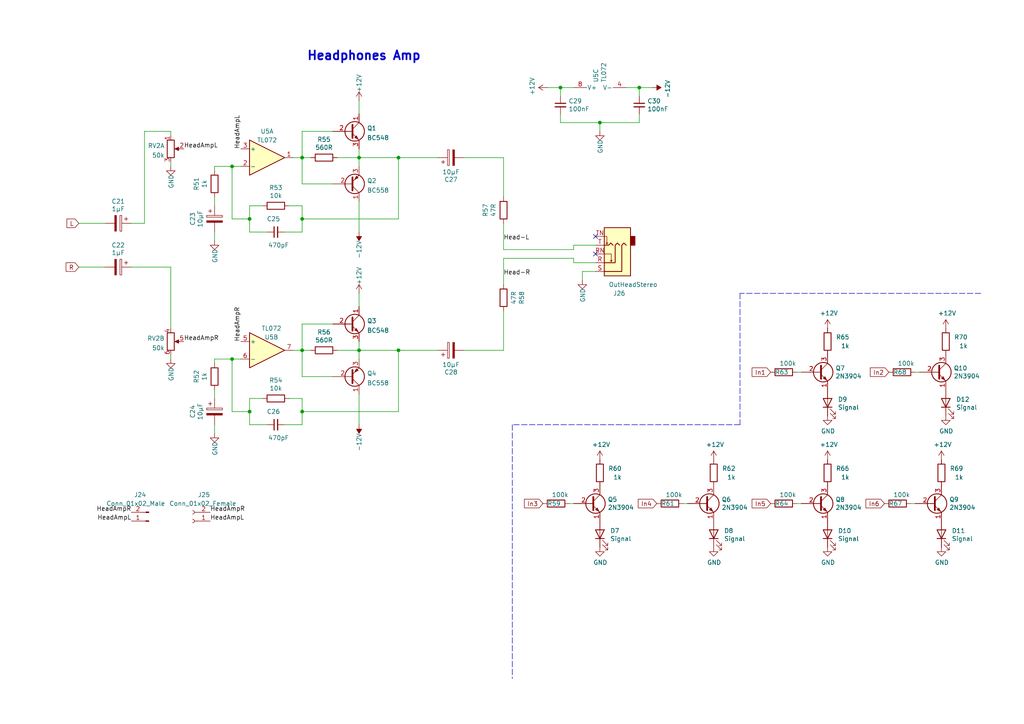
<source format=kicad_sch>
(kicad_sch (version 20211123) (generator eeschema)

  (uuid f18d9e55-8e58-4cee-81ed-3ef0134bef6b)

  (paper "A4")

  (lib_symbols
    (symbol "Amplifier_Operational:TL072" (pin_names (offset 0.127)) (in_bom yes) (on_board yes)
      (property "Reference" "U" (id 0) (at 0 5.08 0)
        (effects (font (size 1.27 1.27)) (justify left))
      )
      (property "Value" "TL072" (id 1) (at 0 -5.08 0)
        (effects (font (size 1.27 1.27)) (justify left))
      )
      (property "Footprint" "" (id 2) (at 0 0 0)
        (effects (font (size 1.27 1.27)) hide)
      )
      (property "Datasheet" "http://www.ti.com/lit/ds/symlink/tl071.pdf" (id 3) (at 0 0 0)
        (effects (font (size 1.27 1.27)) hide)
      )
      (property "ki_locked" "" (id 4) (at 0 0 0)
        (effects (font (size 1.27 1.27)))
      )
      (property "ki_keywords" "dual opamp" (id 5) (at 0 0 0)
        (effects (font (size 1.27 1.27)) hide)
      )
      (property "ki_description" "Dual Low-Noise JFET-Input Operational Amplifiers, DIP-8/SOIC-8" (id 6) (at 0 0 0)
        (effects (font (size 1.27 1.27)) hide)
      )
      (property "ki_fp_filters" "SOIC*3.9x4.9mm*P1.27mm* DIP*W7.62mm* TO*99* OnSemi*Micro8* TSSOP*3x3mm*P0.65mm* TSSOP*4.4x3mm*P0.65mm* MSOP*3x3mm*P0.65mm* SSOP*3.9x4.9mm*P0.635mm* LFCSP*2x2mm*P0.5mm* *SIP* SOIC*5.3x6.2mm*P1.27mm*" (id 7) (at 0 0 0)
        (effects (font (size 1.27 1.27)) hide)
      )
      (symbol "TL072_1_1"
        (polyline
          (pts
            (xy -5.08 5.08)
            (xy 5.08 0)
            (xy -5.08 -5.08)
            (xy -5.08 5.08)
          )
          (stroke (width 0.254) (type default) (color 0 0 0 0))
          (fill (type background))
        )
        (pin output line (at 7.62 0 180) (length 2.54)
          (name "~" (effects (font (size 1.27 1.27))))
          (number "1" (effects (font (size 1.27 1.27))))
        )
        (pin input line (at -7.62 -2.54 0) (length 2.54)
          (name "-" (effects (font (size 1.27 1.27))))
          (number "2" (effects (font (size 1.27 1.27))))
        )
        (pin input line (at -7.62 2.54 0) (length 2.54)
          (name "+" (effects (font (size 1.27 1.27))))
          (number "3" (effects (font (size 1.27 1.27))))
        )
      )
      (symbol "TL072_2_1"
        (polyline
          (pts
            (xy -5.08 5.08)
            (xy 5.08 0)
            (xy -5.08 -5.08)
            (xy -5.08 5.08)
          )
          (stroke (width 0.254) (type default) (color 0 0 0 0))
          (fill (type background))
        )
        (pin input line (at -7.62 2.54 0) (length 2.54)
          (name "+" (effects (font (size 1.27 1.27))))
          (number "5" (effects (font (size 1.27 1.27))))
        )
        (pin input line (at -7.62 -2.54 0) (length 2.54)
          (name "-" (effects (font (size 1.27 1.27))))
          (number "6" (effects (font (size 1.27 1.27))))
        )
        (pin output line (at 7.62 0 180) (length 2.54)
          (name "~" (effects (font (size 1.27 1.27))))
          (number "7" (effects (font (size 1.27 1.27))))
        )
      )
      (symbol "TL072_3_1"
        (pin power_in line (at -2.54 -7.62 90) (length 3.81)
          (name "V-" (effects (font (size 1.27 1.27))))
          (number "4" (effects (font (size 1.27 1.27))))
        )
        (pin power_in line (at -2.54 7.62 270) (length 3.81)
          (name "V+" (effects (font (size 1.27 1.27))))
          (number "8" (effects (font (size 1.27 1.27))))
        )
      )
    )
    (symbol "Connector:AudioJack3_SwitchTR" (in_bom yes) (on_board yes)
      (property "Reference" "J" (id 0) (at 0 8.89 0)
        (effects (font (size 1.27 1.27)))
      )
      (property "Value" "AudioJack3_SwitchTR" (id 1) (at 0 6.35 0)
        (effects (font (size 1.27 1.27)))
      )
      (property "Footprint" "" (id 2) (at 0 0 0)
        (effects (font (size 1.27 1.27)) hide)
      )
      (property "Datasheet" "~" (id 3) (at 0 0 0)
        (effects (font (size 1.27 1.27)) hide)
      )
      (property "ki_keywords" "audio jack receptacle stereo headphones phones TRS connector" (id 4) (at 0 0 0)
        (effects (font (size 1.27 1.27)) hide)
      )
      (property "ki_description" "Audio Jack, 3 Poles (Stereo / TRS), Switched TR Poles (Normalling)" (id 5) (at 0 0 0)
        (effects (font (size 1.27 1.27)) hide)
      )
      (property "ki_fp_filters" "Jack*" (id 6) (at 0 0 0)
        (effects (font (size 1.27 1.27)) hide)
      )
      (symbol "AudioJack3_SwitchTR_0_1"
        (rectangle (start -5.08 -5.08) (end -6.35 -7.62)
          (stroke (width 0.254) (type default) (color 0 0 0 0))
          (fill (type outline))
        )
        (polyline
          (pts
            (xy 0.508 -0.254)
            (xy 0.762 -0.762)
          )
          (stroke (width 0) (type default) (color 0 0 0 0))
          (fill (type none))
        )
        (polyline
          (pts
            (xy 1.778 -5.334)
            (xy 2.032 -5.842)
          )
          (stroke (width 0) (type default) (color 0 0 0 0))
          (fill (type none))
        )
        (polyline
          (pts
            (xy 0 -5.08)
            (xy 0.635 -5.715)
            (xy 1.27 -5.08)
            (xy 2.54 -5.08)
          )
          (stroke (width 0.254) (type default) (color 0 0 0 0))
          (fill (type none))
        )
        (polyline
          (pts
            (xy 2.54 -7.62)
            (xy 1.778 -7.62)
            (xy 1.778 -5.334)
            (xy 1.524 -5.842)
          )
          (stroke (width 0) (type default) (color 0 0 0 0))
          (fill (type none))
        )
        (polyline
          (pts
            (xy 2.54 -2.54)
            (xy 0.508 -2.54)
            (xy 0.508 -0.254)
            (xy 0.254 -0.762)
          )
          (stroke (width 0) (type default) (color 0 0 0 0))
          (fill (type none))
        )
        (polyline
          (pts
            (xy -1.905 -5.08)
            (xy -1.27 -5.715)
            (xy -0.635 -5.08)
            (xy -0.635 0)
            (xy 2.54 0)
          )
          (stroke (width 0.254) (type default) (color 0 0 0 0))
          (fill (type none))
        )
        (polyline
          (pts
            (xy 2.54 2.54)
            (xy -2.54 2.54)
            (xy -2.54 -5.08)
            (xy -3.175 -5.715)
            (xy -3.81 -5.08)
          )
          (stroke (width 0.254) (type default) (color 0 0 0 0))
          (fill (type none))
        )
        (rectangle (start 2.54 3.81) (end -5.08 -10.16)
          (stroke (width 0.254) (type default) (color 0 0 0 0))
          (fill (type background))
        )
      )
      (symbol "AudioJack3_SwitchTR_1_1"
        (pin passive line (at 5.08 0 180) (length 2.54)
          (name "~" (effects (font (size 1.27 1.27))))
          (number "R" (effects (font (size 1.27 1.27))))
        )
        (pin passive line (at 5.08 -2.54 180) (length 2.54)
          (name "~" (effects (font (size 1.27 1.27))))
          (number "RN" (effects (font (size 1.27 1.27))))
        )
        (pin passive line (at 5.08 2.54 180) (length 2.54)
          (name "~" (effects (font (size 1.27 1.27))))
          (number "S" (effects (font (size 1.27 1.27))))
        )
        (pin passive line (at 5.08 -5.08 180) (length 2.54)
          (name "~" (effects (font (size 1.27 1.27))))
          (number "T" (effects (font (size 1.27 1.27))))
        )
        (pin passive line (at 5.08 -7.62 180) (length 2.54)
          (name "~" (effects (font (size 1.27 1.27))))
          (number "TN" (effects (font (size 1.27 1.27))))
        )
      )
    )
    (symbol "Connector:Conn_01x02_Female" (pin_names (offset 1.016) hide) (in_bom yes) (on_board yes)
      (property "Reference" "J" (id 0) (at 0 2.54 0)
        (effects (font (size 1.27 1.27)))
      )
      (property "Value" "Conn_01x02_Female" (id 1) (at 0 -5.08 0)
        (effects (font (size 1.27 1.27)))
      )
      (property "Footprint" "" (id 2) (at 0 0 0)
        (effects (font (size 1.27 1.27)) hide)
      )
      (property "Datasheet" "~" (id 3) (at 0 0 0)
        (effects (font (size 1.27 1.27)) hide)
      )
      (property "ki_keywords" "connector" (id 4) (at 0 0 0)
        (effects (font (size 1.27 1.27)) hide)
      )
      (property "ki_description" "Generic connector, single row, 01x02, script generated (kicad-library-utils/schlib/autogen/connector/)" (id 5) (at 0 0 0)
        (effects (font (size 1.27 1.27)) hide)
      )
      (property "ki_fp_filters" "Connector*:*_1x??_*" (id 6) (at 0 0 0)
        (effects (font (size 1.27 1.27)) hide)
      )
      (symbol "Conn_01x02_Female_1_1"
        (arc (start 0 -2.032) (mid -0.508 -2.54) (end 0 -3.048)
          (stroke (width 0.1524) (type default) (color 0 0 0 0))
          (fill (type none))
        )
        (polyline
          (pts
            (xy -1.27 -2.54)
            (xy -0.508 -2.54)
          )
          (stroke (width 0.1524) (type default) (color 0 0 0 0))
          (fill (type none))
        )
        (polyline
          (pts
            (xy -1.27 0)
            (xy -0.508 0)
          )
          (stroke (width 0.1524) (type default) (color 0 0 0 0))
          (fill (type none))
        )
        (arc (start 0 0.508) (mid -0.508 0) (end 0 -0.508)
          (stroke (width 0.1524) (type default) (color 0 0 0 0))
          (fill (type none))
        )
        (pin passive line (at -5.08 0 0) (length 3.81)
          (name "Pin_1" (effects (font (size 1.27 1.27))))
          (number "1" (effects (font (size 1.27 1.27))))
        )
        (pin passive line (at -5.08 -2.54 0) (length 3.81)
          (name "Pin_2" (effects (font (size 1.27 1.27))))
          (number "2" (effects (font (size 1.27 1.27))))
        )
      )
    )
    (symbol "Connector:Conn_01x02_Male" (pin_names (offset 1.016) hide) (in_bom yes) (on_board yes)
      (property "Reference" "J" (id 0) (at 0 2.54 0)
        (effects (font (size 1.27 1.27)))
      )
      (property "Value" "Conn_01x02_Male" (id 1) (at 0 -5.08 0)
        (effects (font (size 1.27 1.27)))
      )
      (property "Footprint" "" (id 2) (at 0 0 0)
        (effects (font (size 1.27 1.27)) hide)
      )
      (property "Datasheet" "~" (id 3) (at 0 0 0)
        (effects (font (size 1.27 1.27)) hide)
      )
      (property "ki_keywords" "connector" (id 4) (at 0 0 0)
        (effects (font (size 1.27 1.27)) hide)
      )
      (property "ki_description" "Generic connector, single row, 01x02, script generated (kicad-library-utils/schlib/autogen/connector/)" (id 5) (at 0 0 0)
        (effects (font (size 1.27 1.27)) hide)
      )
      (property "ki_fp_filters" "Connector*:*_1x??_*" (id 6) (at 0 0 0)
        (effects (font (size 1.27 1.27)) hide)
      )
      (symbol "Conn_01x02_Male_1_1"
        (polyline
          (pts
            (xy 1.27 -2.54)
            (xy 0.8636 -2.54)
          )
          (stroke (width 0.1524) (type default) (color 0 0 0 0))
          (fill (type none))
        )
        (polyline
          (pts
            (xy 1.27 0)
            (xy 0.8636 0)
          )
          (stroke (width 0.1524) (type default) (color 0 0 0 0))
          (fill (type none))
        )
        (rectangle (start 0.8636 -2.413) (end 0 -2.667)
          (stroke (width 0.1524) (type default) (color 0 0 0 0))
          (fill (type outline))
        )
        (rectangle (start 0.8636 0.127) (end 0 -0.127)
          (stroke (width 0.1524) (type default) (color 0 0 0 0))
          (fill (type outline))
        )
        (pin passive line (at 5.08 0 180) (length 3.81)
          (name "Pin_1" (effects (font (size 1.27 1.27))))
          (number "1" (effects (font (size 1.27 1.27))))
        )
        (pin passive line (at 5.08 -2.54 180) (length 3.81)
          (name "Pin_2" (effects (font (size 1.27 1.27))))
          (number "2" (effects (font (size 1.27 1.27))))
        )
      )
    )
    (symbol "Device:CP" (pin_numbers hide) (pin_names (offset 0.254)) (in_bom yes) (on_board yes)
      (property "Reference" "C" (id 0) (at 0.635 2.54 0)
        (effects (font (size 1.27 1.27)) (justify left))
      )
      (property "Value" "Device_CP" (id 1) (at 0.635 -2.54 0)
        (effects (font (size 1.27 1.27)) (justify left))
      )
      (property "Footprint" "" (id 2) (at 0.9652 -3.81 0)
        (effects (font (size 1.27 1.27)) hide)
      )
      (property "Datasheet" "" (id 3) (at 0 0 0)
        (effects (font (size 1.27 1.27)) hide)
      )
      (property "ki_fp_filters" "CP_*" (id 4) (at 0 0 0)
        (effects (font (size 1.27 1.27)) hide)
      )
      (symbol "CP_0_1"
        (rectangle (start -2.286 0.508) (end 2.286 1.016)
          (stroke (width 0) (type default) (color 0 0 0 0))
          (fill (type none))
        )
        (polyline
          (pts
            (xy -1.778 2.286)
            (xy -0.762 2.286)
          )
          (stroke (width 0) (type default) (color 0 0 0 0))
          (fill (type none))
        )
        (polyline
          (pts
            (xy -1.27 2.794)
            (xy -1.27 1.778)
          )
          (stroke (width 0) (type default) (color 0 0 0 0))
          (fill (type none))
        )
        (rectangle (start 2.286 -0.508) (end -2.286 -1.016)
          (stroke (width 0) (type default) (color 0 0 0 0))
          (fill (type outline))
        )
      )
      (symbol "CP_1_1"
        (pin passive line (at 0 3.81 270) (length 2.794)
          (name "~" (effects (font (size 1.27 1.27))))
          (number "1" (effects (font (size 1.27 1.27))))
        )
        (pin passive line (at 0 -3.81 90) (length 2.794)
          (name "~" (effects (font (size 1.27 1.27))))
          (number "2" (effects (font (size 1.27 1.27))))
        )
      )
    )
    (symbol "Device:C_Small" (pin_numbers hide) (pin_names (offset 0.254) hide) (in_bom yes) (on_board yes)
      (property "Reference" "C" (id 0) (at 0.254 1.778 0)
        (effects (font (size 1.27 1.27)) (justify left))
      )
      (property "Value" "C_Small" (id 1) (at 0.254 -2.032 0)
        (effects (font (size 1.27 1.27)) (justify left))
      )
      (property "Footprint" "" (id 2) (at 0 0 0)
        (effects (font (size 1.27 1.27)) hide)
      )
      (property "Datasheet" "~" (id 3) (at 0 0 0)
        (effects (font (size 1.27 1.27)) hide)
      )
      (property "ki_keywords" "capacitor cap" (id 4) (at 0 0 0)
        (effects (font (size 1.27 1.27)) hide)
      )
      (property "ki_description" "Unpolarized capacitor, small symbol" (id 5) (at 0 0 0)
        (effects (font (size 1.27 1.27)) hide)
      )
      (property "ki_fp_filters" "C_*" (id 6) (at 0 0 0)
        (effects (font (size 1.27 1.27)) hide)
      )
      (symbol "C_Small_0_1"
        (polyline
          (pts
            (xy -1.524 -0.508)
            (xy 1.524 -0.508)
          )
          (stroke (width 0.3302) (type default) (color 0 0 0 0))
          (fill (type none))
        )
        (polyline
          (pts
            (xy -1.524 0.508)
            (xy 1.524 0.508)
          )
          (stroke (width 0.3048) (type default) (color 0 0 0 0))
          (fill (type none))
        )
      )
      (symbol "C_Small_1_1"
        (pin passive line (at 0 2.54 270) (length 2.032)
          (name "~" (effects (font (size 1.27 1.27))))
          (number "1" (effects (font (size 1.27 1.27))))
        )
        (pin passive line (at 0 -2.54 90) (length 2.032)
          (name "~" (effects (font (size 1.27 1.27))))
          (number "2" (effects (font (size 1.27 1.27))))
        )
      )
    )
    (symbol "Device:LED" (pin_numbers hide) (pin_names (offset 1.016) hide) (in_bom yes) (on_board yes)
      (property "Reference" "D" (id 0) (at 0 2.54 0)
        (effects (font (size 1.27 1.27)))
      )
      (property "Value" "LED" (id 1) (at 0 -2.54 0)
        (effects (font (size 1.27 1.27)))
      )
      (property "Footprint" "" (id 2) (at 0 0 0)
        (effects (font (size 1.27 1.27)) hide)
      )
      (property "Datasheet" "~" (id 3) (at 0 0 0)
        (effects (font (size 1.27 1.27)) hide)
      )
      (property "ki_keywords" "LED diode" (id 4) (at 0 0 0)
        (effects (font (size 1.27 1.27)) hide)
      )
      (property "ki_description" "Light emitting diode" (id 5) (at 0 0 0)
        (effects (font (size 1.27 1.27)) hide)
      )
      (property "ki_fp_filters" "LED* LED_SMD:* LED_THT:*" (id 6) (at 0 0 0)
        (effects (font (size 1.27 1.27)) hide)
      )
      (symbol "LED_0_1"
        (polyline
          (pts
            (xy -1.27 -1.27)
            (xy -1.27 1.27)
          )
          (stroke (width 0.254) (type default) (color 0 0 0 0))
          (fill (type none))
        )
        (polyline
          (pts
            (xy -1.27 0)
            (xy 1.27 0)
          )
          (stroke (width 0) (type default) (color 0 0 0 0))
          (fill (type none))
        )
        (polyline
          (pts
            (xy 1.27 -1.27)
            (xy 1.27 1.27)
            (xy -1.27 0)
            (xy 1.27 -1.27)
          )
          (stroke (width 0.254) (type default) (color 0 0 0 0))
          (fill (type none))
        )
        (polyline
          (pts
            (xy -3.048 -0.762)
            (xy -4.572 -2.286)
            (xy -3.81 -2.286)
            (xy -4.572 -2.286)
            (xy -4.572 -1.524)
          )
          (stroke (width 0) (type default) (color 0 0 0 0))
          (fill (type none))
        )
        (polyline
          (pts
            (xy -1.778 -0.762)
            (xy -3.302 -2.286)
            (xy -2.54 -2.286)
            (xy -3.302 -2.286)
            (xy -3.302 -1.524)
          )
          (stroke (width 0) (type default) (color 0 0 0 0))
          (fill (type none))
        )
      )
      (symbol "LED_1_1"
        (pin passive line (at -3.81 0 0) (length 2.54)
          (name "K" (effects (font (size 1.27 1.27))))
          (number "1" (effects (font (size 1.27 1.27))))
        )
        (pin passive line (at 3.81 0 180) (length 2.54)
          (name "A" (effects (font (size 1.27 1.27))))
          (number "2" (effects (font (size 1.27 1.27))))
        )
      )
    )
    (symbol "Device:R" (pin_numbers hide) (pin_names (offset 0)) (in_bom yes) (on_board yes)
      (property "Reference" "R" (id 0) (at 2.032 0 90)
        (effects (font (size 1.27 1.27)))
      )
      (property "Value" "R" (id 1) (at 0 0 90)
        (effects (font (size 1.27 1.27)))
      )
      (property "Footprint" "" (id 2) (at -1.778 0 90)
        (effects (font (size 1.27 1.27)) hide)
      )
      (property "Datasheet" "~" (id 3) (at 0 0 0)
        (effects (font (size 1.27 1.27)) hide)
      )
      (property "ki_keywords" "R res resistor" (id 4) (at 0 0 0)
        (effects (font (size 1.27 1.27)) hide)
      )
      (property "ki_description" "Resistor" (id 5) (at 0 0 0)
        (effects (font (size 1.27 1.27)) hide)
      )
      (property "ki_fp_filters" "R_*" (id 6) (at 0 0 0)
        (effects (font (size 1.27 1.27)) hide)
      )
      (symbol "R_0_1"
        (rectangle (start -1.016 -2.54) (end 1.016 2.54)
          (stroke (width 0.254) (type default) (color 0 0 0 0))
          (fill (type none))
        )
      )
      (symbol "R_1_1"
        (pin passive line (at 0 3.81 270) (length 1.27)
          (name "~" (effects (font (size 1.27 1.27))))
          (number "1" (effects (font (size 1.27 1.27))))
        )
        (pin passive line (at 0 -3.81 90) (length 1.27)
          (name "~" (effects (font (size 1.27 1.27))))
          (number "2" (effects (font (size 1.27 1.27))))
        )
      )
    )
    (symbol "Device:R_Potentiometer_Dual_Separate" (pin_names (offset 1.016) hide) (in_bom yes) (on_board yes)
      (property "Reference" "RV" (id 0) (at -4.445 0 90)
        (effects (font (size 1.27 1.27)))
      )
      (property "Value" "R_Potentiometer_Dual_Separate" (id 1) (at -2.54 0 90)
        (effects (font (size 1.27 1.27)))
      )
      (property "Footprint" "" (id 2) (at 0 0 0)
        (effects (font (size 1.27 1.27)) hide)
      )
      (property "Datasheet" "~" (id 3) (at 0 0 0)
        (effects (font (size 1.27 1.27)) hide)
      )
      (property "ki_keywords" "resistor variable" (id 4) (at 0 0 0)
        (effects (font (size 1.27 1.27)) hide)
      )
      (property "ki_description" "Dual potentiometer, separate units" (id 5) (at 0 0 0)
        (effects (font (size 1.27 1.27)) hide)
      )
      (property "ki_fp_filters" "Potentiometer*" (id 6) (at 0 0 0)
        (effects (font (size 1.27 1.27)) hide)
      )
      (symbol "R_Potentiometer_Dual_Separate_0_1"
        (polyline
          (pts
            (xy 2.54 0)
            (xy 1.524 0)
          )
          (stroke (width 0) (type default) (color 0 0 0 0))
          (fill (type none))
        )
        (polyline
          (pts
            (xy 1.143 0)
            (xy 2.286 0.508)
            (xy 2.286 -0.508)
            (xy 1.143 0)
          )
          (stroke (width 0) (type default) (color 0 0 0 0))
          (fill (type outline))
        )
        (rectangle (start 1.016 2.54) (end -1.016 -2.54)
          (stroke (width 0.254) (type default) (color 0 0 0 0))
          (fill (type none))
        )
      )
      (symbol "R_Potentiometer_Dual_Separate_1_1"
        (pin passive line (at 0 3.81 270) (length 1.27)
          (name "1" (effects (font (size 1.27 1.27))))
          (number "1" (effects (font (size 1.27 1.27))))
        )
        (pin passive line (at 3.81 0 180) (length 1.27)
          (name "2" (effects (font (size 1.27 1.27))))
          (number "2" (effects (font (size 1.27 1.27))))
        )
        (pin passive line (at 0 -3.81 90) (length 1.27)
          (name "3" (effects (font (size 1.27 1.27))))
          (number "3" (effects (font (size 1.27 1.27))))
        )
      )
      (symbol "R_Potentiometer_Dual_Separate_2_1"
        (pin passive line (at 0 3.81 270) (length 1.27)
          (name "4" (effects (font (size 1.27 1.27))))
          (number "4" (effects (font (size 1.27 1.27))))
        )
        (pin passive line (at 3.81 0 180) (length 1.27)
          (name "5" (effects (font (size 1.27 1.27))))
          (number "5" (effects (font (size 1.27 1.27))))
        )
        (pin passive line (at 0 -3.81 90) (length 1.27)
          (name "6" (effects (font (size 1.27 1.27))))
          (number "6" (effects (font (size 1.27 1.27))))
        )
      )
    )
    (symbol "Transistor_BJT:2N3904" (pin_names (offset 0) hide) (in_bom yes) (on_board yes)
      (property "Reference" "Q" (id 0) (at 5.08 1.905 0)
        (effects (font (size 1.27 1.27)) (justify left))
      )
      (property "Value" "2N3904" (id 1) (at 5.08 0 0)
        (effects (font (size 1.27 1.27)) (justify left))
      )
      (property "Footprint" "Package_TO_SOT_THT:TO-92_Inline" (id 2) (at 5.08 -1.905 0)
        (effects (font (size 1.27 1.27) italic) (justify left) hide)
      )
      (property "Datasheet" "https://www.onsemi.com/pub/Collateral/2N3903-D.PDF" (id 3) (at 0 0 0)
        (effects (font (size 1.27 1.27)) (justify left) hide)
      )
      (property "ki_keywords" "NPN Transistor" (id 4) (at 0 0 0)
        (effects (font (size 1.27 1.27)) hide)
      )
      (property "ki_description" "0.2A Ic, 40V Vce, Small Signal NPN Transistor, TO-92" (id 5) (at 0 0 0)
        (effects (font (size 1.27 1.27)) hide)
      )
      (property "ki_fp_filters" "TO?92*" (id 6) (at 0 0 0)
        (effects (font (size 1.27 1.27)) hide)
      )
      (symbol "2N3904_0_1"
        (polyline
          (pts
            (xy 0.635 0.635)
            (xy 2.54 2.54)
          )
          (stroke (width 0) (type default) (color 0 0 0 0))
          (fill (type none))
        )
        (polyline
          (pts
            (xy 0.635 -0.635)
            (xy 2.54 -2.54)
            (xy 2.54 -2.54)
          )
          (stroke (width 0) (type default) (color 0 0 0 0))
          (fill (type none))
        )
        (polyline
          (pts
            (xy 0.635 1.905)
            (xy 0.635 -1.905)
            (xy 0.635 -1.905)
          )
          (stroke (width 0.508) (type default) (color 0 0 0 0))
          (fill (type none))
        )
        (polyline
          (pts
            (xy 1.27 -1.778)
            (xy 1.778 -1.27)
            (xy 2.286 -2.286)
            (xy 1.27 -1.778)
            (xy 1.27 -1.778)
          )
          (stroke (width 0) (type default) (color 0 0 0 0))
          (fill (type outline))
        )
        (circle (center 1.27 0) (radius 2.8194)
          (stroke (width 0.254) (type default) (color 0 0 0 0))
          (fill (type none))
        )
      )
      (symbol "2N3904_1_1"
        (pin passive line (at 2.54 -5.08 90) (length 2.54)
          (name "E" (effects (font (size 1.27 1.27))))
          (number "1" (effects (font (size 1.27 1.27))))
        )
        (pin passive line (at -5.08 0 0) (length 5.715)
          (name "B" (effects (font (size 1.27 1.27))))
          (number "2" (effects (font (size 1.27 1.27))))
        )
        (pin passive line (at 2.54 5.08 270) (length 2.54)
          (name "C" (effects (font (size 1.27 1.27))))
          (number "3" (effects (font (size 1.27 1.27))))
        )
      )
    )
    (symbol "Transistor_BJT:BC548" (pin_names (offset 0) hide) (in_bom yes) (on_board yes)
      (property "Reference" "Q" (id 0) (at 5.08 1.905 0)
        (effects (font (size 1.27 1.27)) (justify left))
      )
      (property "Value" "BC548" (id 1) (at 5.08 0 0)
        (effects (font (size 1.27 1.27)) (justify left))
      )
      (property "Footprint" "Package_TO_SOT_THT:TO-92_Inline" (id 2) (at 5.08 -1.905 0)
        (effects (font (size 1.27 1.27) italic) (justify left) hide)
      )
      (property "Datasheet" "https://www.onsemi.com/pub/Collateral/BC550-D.pdf" (id 3) (at 0 0 0)
        (effects (font (size 1.27 1.27)) (justify left) hide)
      )
      (property "ki_keywords" "NPN Transistor" (id 4) (at 0 0 0)
        (effects (font (size 1.27 1.27)) hide)
      )
      (property "ki_description" "0.1A Ic, 30V Vce, Small Signal NPN Transistor, TO-92" (id 5) (at 0 0 0)
        (effects (font (size 1.27 1.27)) hide)
      )
      (property "ki_fp_filters" "TO?92*" (id 6) (at 0 0 0)
        (effects (font (size 1.27 1.27)) hide)
      )
      (symbol "BC548_0_1"
        (polyline
          (pts
            (xy 0 0)
            (xy 0.635 0)
          )
          (stroke (width 0) (type default) (color 0 0 0 0))
          (fill (type none))
        )
        (polyline
          (pts
            (xy 0.635 0.635)
            (xy 2.54 2.54)
          )
          (stroke (width 0) (type default) (color 0 0 0 0))
          (fill (type none))
        )
        (polyline
          (pts
            (xy 0.635 -0.635)
            (xy 2.54 -2.54)
            (xy 2.54 -2.54)
          )
          (stroke (width 0) (type default) (color 0 0 0 0))
          (fill (type none))
        )
        (polyline
          (pts
            (xy 0.635 1.905)
            (xy 0.635 -1.905)
            (xy 0.635 -1.905)
          )
          (stroke (width 0.508) (type default) (color 0 0 0 0))
          (fill (type none))
        )
        (polyline
          (pts
            (xy 1.27 -1.778)
            (xy 1.778 -1.27)
            (xy 2.286 -2.286)
            (xy 1.27 -1.778)
            (xy 1.27 -1.778)
          )
          (stroke (width 0) (type default) (color 0 0 0 0))
          (fill (type outline))
        )
        (circle (center 1.27 0) (radius 2.8194)
          (stroke (width 0.254) (type default) (color 0 0 0 0))
          (fill (type none))
        )
      )
      (symbol "BC548_1_1"
        (pin passive line (at 2.54 5.08 270) (length 2.54)
          (name "C" (effects (font (size 1.27 1.27))))
          (number "1" (effects (font (size 1.27 1.27))))
        )
        (pin input line (at -5.08 0 0) (length 5.08)
          (name "B" (effects (font (size 1.27 1.27))))
          (number "2" (effects (font (size 1.27 1.27))))
        )
        (pin passive line (at 2.54 -5.08 90) (length 2.54)
          (name "E" (effects (font (size 1.27 1.27))))
          (number "3" (effects (font (size 1.27 1.27))))
        )
      )
    )
    (symbol "Transistor_BJT:BC558" (pin_names (offset 0) hide) (in_bom yes) (on_board yes)
      (property "Reference" "Q" (id 0) (at 5.08 1.905 0)
        (effects (font (size 1.27 1.27)) (justify left))
      )
      (property "Value" "BC558" (id 1) (at 5.08 0 0)
        (effects (font (size 1.27 1.27)) (justify left))
      )
      (property "Footprint" "Package_TO_SOT_THT:TO-92_Inline" (id 2) (at 5.08 -1.905 0)
        (effects (font (size 1.27 1.27) italic) (justify left) hide)
      )
      (property "Datasheet" "https://www.onsemi.com/pub/Collateral/BC556BTA-D.pdf" (id 3) (at 0 0 0)
        (effects (font (size 1.27 1.27)) (justify left) hide)
      )
      (property "ki_keywords" "PNP Transistor" (id 4) (at 0 0 0)
        (effects (font (size 1.27 1.27)) hide)
      )
      (property "ki_description" "0.1A Ic, 30V Vce, PNP Small Signal Transistor, TO-92" (id 5) (at 0 0 0)
        (effects (font (size 1.27 1.27)) hide)
      )
      (property "ki_fp_filters" "TO?92*" (id 6) (at 0 0 0)
        (effects (font (size 1.27 1.27)) hide)
      )
      (symbol "BC558_0_1"
        (polyline
          (pts
            (xy 0.635 0.635)
            (xy 2.54 2.54)
          )
          (stroke (width 0) (type default) (color 0 0 0 0))
          (fill (type none))
        )
        (polyline
          (pts
            (xy 0.635 -0.635)
            (xy 2.54 -2.54)
            (xy 2.54 -2.54)
          )
          (stroke (width 0) (type default) (color 0 0 0 0))
          (fill (type none))
        )
        (polyline
          (pts
            (xy 0.635 1.905)
            (xy 0.635 -1.905)
            (xy 0.635 -1.905)
          )
          (stroke (width 0.508) (type default) (color 0 0 0 0))
          (fill (type none))
        )
        (polyline
          (pts
            (xy 2.286 -1.778)
            (xy 1.778 -2.286)
            (xy 1.27 -1.27)
            (xy 2.286 -1.778)
            (xy 2.286 -1.778)
          )
          (stroke (width 0) (type default) (color 0 0 0 0))
          (fill (type outline))
        )
        (circle (center 1.27 0) (radius 2.8194)
          (stroke (width 0.254) (type default) (color 0 0 0 0))
          (fill (type none))
        )
      )
      (symbol "BC558_1_1"
        (pin passive line (at 2.54 5.08 270) (length 2.54)
          (name "C" (effects (font (size 1.27 1.27))))
          (number "1" (effects (font (size 1.27 1.27))))
        )
        (pin input line (at -5.08 0 0) (length 5.715)
          (name "B" (effects (font (size 1.27 1.27))))
          (number "2" (effects (font (size 1.27 1.27))))
        )
        (pin passive line (at 2.54 -5.08 90) (length 2.54)
          (name "E" (effects (font (size 1.27 1.27))))
          (number "3" (effects (font (size 1.27 1.27))))
        )
      )
    )
    (symbol "power:+12V" (power) (pin_names (offset 0)) (in_bom yes) (on_board yes)
      (property "Reference" "#PWR" (id 0) (at 0 -3.81 0)
        (effects (font (size 1.27 1.27)) hide)
      )
      (property "Value" "+12V" (id 1) (at 0 3.556 0)
        (effects (font (size 1.27 1.27)))
      )
      (property "Footprint" "" (id 2) (at 0 0 0)
        (effects (font (size 1.27 1.27)) hide)
      )
      (property "Datasheet" "" (id 3) (at 0 0 0)
        (effects (font (size 1.27 1.27)) hide)
      )
      (property "ki_keywords" "power-flag" (id 4) (at 0 0 0)
        (effects (font (size 1.27 1.27)) hide)
      )
      (property "ki_description" "Power symbol creates a global label with name \"+12V\"" (id 5) (at 0 0 0)
        (effects (font (size 1.27 1.27)) hide)
      )
      (symbol "+12V_0_1"
        (polyline
          (pts
            (xy -0.762 1.27)
            (xy 0 2.54)
          )
          (stroke (width 0) (type default) (color 0 0 0 0))
          (fill (type none))
        )
        (polyline
          (pts
            (xy 0 0)
            (xy 0 2.54)
          )
          (stroke (width 0) (type default) (color 0 0 0 0))
          (fill (type none))
        )
        (polyline
          (pts
            (xy 0 2.54)
            (xy 0.762 1.27)
          )
          (stroke (width 0) (type default) (color 0 0 0 0))
          (fill (type none))
        )
      )
      (symbol "+12V_1_1"
        (pin power_in line (at 0 0 90) (length 0) hide
          (name "+12V" (effects (font (size 1.27 1.27))))
          (number "1" (effects (font (size 1.27 1.27))))
        )
      )
    )
    (symbol "power:-12V" (power) (pin_names (offset 0)) (in_bom yes) (on_board yes)
      (property "Reference" "#PWR" (id 0) (at 0 2.54 0)
        (effects (font (size 1.27 1.27)) hide)
      )
      (property "Value" "-12V" (id 1) (at 0 3.81 0)
        (effects (font (size 1.27 1.27)))
      )
      (property "Footprint" "" (id 2) (at 0 0 0)
        (effects (font (size 1.27 1.27)) hide)
      )
      (property "Datasheet" "" (id 3) (at 0 0 0)
        (effects (font (size 1.27 1.27)) hide)
      )
      (property "ki_keywords" "power-flag" (id 4) (at 0 0 0)
        (effects (font (size 1.27 1.27)) hide)
      )
      (property "ki_description" "Power symbol creates a global label with name \"-12V\"" (id 5) (at 0 0 0)
        (effects (font (size 1.27 1.27)) hide)
      )
      (symbol "-12V_0_0"
        (pin power_in line (at 0 0 90) (length 0) hide
          (name "-12V" (effects (font (size 1.27 1.27))))
          (number "1" (effects (font (size 1.27 1.27))))
        )
      )
      (symbol "-12V_0_1"
        (polyline
          (pts
            (xy 0 0)
            (xy 0 1.27)
            (xy 0.762 1.27)
            (xy 0 2.54)
            (xy -0.762 1.27)
            (xy 0 1.27)
          )
          (stroke (width 0) (type default) (color 0 0 0 0))
          (fill (type outline))
        )
      )
    )
    (symbol "power:GND" (power) (pin_names (offset 0)) (in_bom yes) (on_board yes)
      (property "Reference" "#PWR" (id 0) (at 0 -6.35 0)
        (effects (font (size 1.27 1.27)) hide)
      )
      (property "Value" "GND" (id 1) (at 0 -3.81 0)
        (effects (font (size 1.27 1.27)))
      )
      (property "Footprint" "" (id 2) (at 0 0 0)
        (effects (font (size 1.27 1.27)) hide)
      )
      (property "Datasheet" "" (id 3) (at 0 0 0)
        (effects (font (size 1.27 1.27)) hide)
      )
      (property "ki_keywords" "power-flag" (id 4) (at 0 0 0)
        (effects (font (size 1.27 1.27)) hide)
      )
      (property "ki_description" "Power symbol creates a global label with name \"GND\" , ground" (id 5) (at 0 0 0)
        (effects (font (size 1.27 1.27)) hide)
      )
      (symbol "GND_0_1"
        (polyline
          (pts
            (xy 0 0)
            (xy 0 -1.27)
            (xy 1.27 -1.27)
            (xy 0 -2.54)
            (xy -1.27 -1.27)
            (xy 0 -1.27)
          )
          (stroke (width 0) (type default) (color 0 0 0 0))
          (fill (type none))
        )
      )
      (symbol "GND_1_1"
        (pin power_in line (at 0 0 270) (length 0) hide
          (name "GND" (effects (font (size 1.27 1.27))))
          (number "1" (effects (font (size 1.27 1.27))))
        )
      )
    )
  )

  (junction (at 115.57 45.72) (diameter 0) (color 0 0 0 0)
    (uuid 00e6007b-fa14-47cb-822a-847633e30f02)
  )
  (junction (at 87.63 45.72) (diameter 0) (color 0 0 0 0)
    (uuid 2e68df01-ca89-4dbd-9b45-0c326cb91065)
  )
  (junction (at 104.14 45.72) (diameter 0) (color 0 0 0 0)
    (uuid 2ea9377e-2dd1-4f98-ab30-081afe6016b1)
  )
  (junction (at 87.63 101.6) (diameter 0) (color 0 0 0 0)
    (uuid 491b08f2-9b86-4b10-8fe5-f7b00e162baf)
  )
  (junction (at 162.56 25.4) (diameter 0) (color 0 0 0 0)
    (uuid 5e51f034-4349-4cc2-bc26-73bc18ecf7a7)
  )
  (junction (at 87.63 119.38) (diameter 0) (color 0 0 0 0)
    (uuid 6332abf6-3875-47fa-a8db-5af3b476054e)
  )
  (junction (at 115.57 101.6) (diameter 0) (color 0 0 0 0)
    (uuid 80c024a3-23de-49d2-a226-637aebf4683b)
  )
  (junction (at 67.31 48.26) (diameter 0) (color 0 0 0 0)
    (uuid 8c78b885-cfc4-4e1c-b848-9dcb009847d5)
  )
  (junction (at 87.63 63.5) (diameter 0) (color 0 0 0 0)
    (uuid 92e5d8ee-4686-49ec-b183-90e45a759eb5)
  )
  (junction (at 72.39 63.5) (diameter 0) (color 0 0 0 0)
    (uuid 95e64586-127e-4338-81a6-3557c09dce34)
  )
  (junction (at 67.31 104.14) (diameter 0) (color 0 0 0 0)
    (uuid ad28f571-a495-4a50-90dc-2e02e7af583f)
  )
  (junction (at 185.42 25.4) (diameter 0) (color 0 0 0 0)
    (uuid b271a873-0ca4-409e-979d-d1700b04e1d2)
  )
  (junction (at 72.39 119.38) (diameter 0) (color 0 0 0 0)
    (uuid e4136401-26cc-48a6-a016-4bde84eff224)
  )
  (junction (at 173.99 35.56) (diameter 0) (color 0 0 0 0)
    (uuid f57f5154-5d5a-4f95-be46-15b14c611e53)
  )
  (junction (at 104.14 101.6) (diameter 0) (color 0 0 0 0)
    (uuid fddf0d55-b163-433f-949d-14202f906016)
  )

  (no_connect (at 172.72 73.66) (uuid 1b2245a2-7f55-471e-b56b-39deb58e6bd6))
  (no_connect (at 172.72 68.58) (uuid 32f4d420-65ac-4686-9a35-52094817dd27))

  (wire (pts (xy 38.1 64.77) (xy 41.91 64.77))
    (stroke (width 0) (type default) (color 0 0 0 0))
    (uuid 02c9da96-ee28-4388-9a75-496109607934)
  )
  (wire (pts (xy 115.57 119.38) (xy 115.57 101.6))
    (stroke (width 0) (type default) (color 0 0 0 0))
    (uuid 02fd5367-d332-4b17-9072-8840ba60fcb5)
  )
  (wire (pts (xy 87.63 115.57) (xy 87.63 119.38))
    (stroke (width 0) (type default) (color 0 0 0 0))
    (uuid 04acd830-4773-4c9b-8b70-4ac49eeb3200)
  )
  (wire (pts (xy 87.63 109.22) (xy 87.63 101.6))
    (stroke (width 0) (type default) (color 0 0 0 0))
    (uuid 0ae210b5-54ca-4dd2-90a9-0e5415df80de)
  )
  (wire (pts (xy 72.39 115.57) (xy 72.39 119.38))
    (stroke (width 0) (type default) (color 0 0 0 0))
    (uuid 0b47ffcc-9f91-4df9-831d-f2caf52a5aa2)
  )
  (wire (pts (xy 72.39 123.19) (xy 77.47 123.19))
    (stroke (width 0) (type default) (color 0 0 0 0))
    (uuid 0be1a3e1-cff7-4590-9bf1-5c9145d97dc0)
  )
  (wire (pts (xy 67.31 48.26) (xy 67.31 63.5))
    (stroke (width 0) (type default) (color 0 0 0 0))
    (uuid 118ce4f5-f402-4e63-a296-1ba7cbf7e476)
  )
  (wire (pts (xy 173.99 35.56) (xy 185.42 35.56))
    (stroke (width 0) (type default) (color 0 0 0 0))
    (uuid 14aa1899-aba1-439a-9bf8-f953f9b51ead)
  )
  (wire (pts (xy 185.42 33.02) (xy 185.42 35.56))
    (stroke (width 0) (type default) (color 0 0 0 0))
    (uuid 15215564-255d-43d3-94b9-e238e7b2dec6)
  )
  (wire (pts (xy 166.37 74.93) (xy 146.05 74.93))
    (stroke (width 0) (type default) (color 0 0 0 0))
    (uuid 16ef0d81-5841-4bdd-bf23-bb12cd6e73ee)
  )
  (wire (pts (xy 82.55 123.19) (xy 87.63 123.19))
    (stroke (width 0) (type default) (color 0 0 0 0))
    (uuid 188efee5-512a-464a-9b3c-b027b6a2a3a2)
  )
  (wire (pts (xy 166.37 71.12) (xy 166.37 72.39))
    (stroke (width 0) (type default) (color 0 0 0 0))
    (uuid 1a602c4e-48e7-436d-a9d3-c3be251cf1c0)
  )
  (wire (pts (xy 76.2 59.69) (xy 72.39 59.69))
    (stroke (width 0) (type default) (color 0 0 0 0))
    (uuid 1bcc2d31-57d7-409a-8408-72753d05c638)
  )
  (wire (pts (xy 146.05 45.72) (xy 146.05 57.15))
    (stroke (width 0) (type default) (color 0 0 0 0))
    (uuid 1dd7a93c-0085-4488-91d5-d4256a9942d9)
  )
  (wire (pts (xy 62.23 123.19) (xy 62.23 125.73))
    (stroke (width 0) (type default) (color 0 0 0 0))
    (uuid 201a0f1c-6c87-49d0-9d17-d5321226e215)
  )
  (wire (pts (xy 181.61 25.4) (xy 185.42 25.4))
    (stroke (width 0) (type default) (color 0 0 0 0))
    (uuid 2254abbe-06cc-4f35-bb5a-4b81670056e3)
  )
  (wire (pts (xy 69.85 48.26) (xy 67.31 48.26))
    (stroke (width 0) (type default) (color 0 0 0 0))
    (uuid 23ae6437-f732-42ad-85e0-d70ac19e944d)
  )
  (wire (pts (xy 104.14 85.09) (xy 104.14 88.9))
    (stroke (width 0) (type default) (color 0 0 0 0))
    (uuid 250c18d2-cb4c-471f-847d-9bb1a3084fab)
  )
  (wire (pts (xy 264.16 146.05) (xy 265.43 146.05))
    (stroke (width 0) (type default) (color 0 0 0 0))
    (uuid 270b2948-41ff-4e2b-a06d-5a02dc48fec7)
  )
  (wire (pts (xy 115.57 45.72) (xy 115.57 63.5))
    (stroke (width 0) (type default) (color 0 0 0 0))
    (uuid 271ad09d-0f68-4c08-936b-faf41c6e2aad)
  )
  (wire (pts (xy 146.05 74.93) (xy 146.05 82.55))
    (stroke (width 0) (type default) (color 0 0 0 0))
    (uuid 27c91db1-d5cc-4570-b5c5-fac309a4385a)
  )
  (wire (pts (xy 87.63 93.98) (xy 87.63 101.6))
    (stroke (width 0) (type default) (color 0 0 0 0))
    (uuid 285a3d0e-7473-4494-acbe-3cace44d56d7)
  )
  (wire (pts (xy 158.75 25.4) (xy 162.56 25.4))
    (stroke (width 0) (type default) (color 0 0 0 0))
    (uuid 28ef98ce-a7d8-42fd-b2c3-a6b61d1c294a)
  )
  (wire (pts (xy 87.63 45.72) (xy 90.17 45.72))
    (stroke (width 0) (type default) (color 0 0 0 0))
    (uuid 2b6e4c21-7ccb-4e01-94f5-3c31e62149c6)
  )
  (wire (pts (xy 146.05 64.77) (xy 146.05 72.39))
    (stroke (width 0) (type default) (color 0 0 0 0))
    (uuid 2c10c287-2a6a-4238-9aff-9222a54a26d2)
  )
  (wire (pts (xy 104.14 45.72) (xy 115.57 45.72))
    (stroke (width 0) (type default) (color 0 0 0 0))
    (uuid 2cd28b44-5636-4faf-8026-6ca26991033c)
  )
  (wire (pts (xy 87.63 38.1) (xy 87.63 45.72))
    (stroke (width 0) (type default) (color 0 0 0 0))
    (uuid 2e81083e-b060-48b6-bed4-56e959adeb90)
  )
  (wire (pts (xy 168.91 78.74) (xy 168.91 81.28))
    (stroke (width 0) (type default) (color 0 0 0 0))
    (uuid 328cac77-412b-478d-beb9-732a57d6a655)
  )
  (wire (pts (xy 87.63 101.6) (xy 85.09 101.6))
    (stroke (width 0) (type default) (color 0 0 0 0))
    (uuid 402075ee-d1e4-4c85-8a6e-f0ffeb5c96c9)
  )
  (wire (pts (xy 72.39 119.38) (xy 72.39 123.19))
    (stroke (width 0) (type default) (color 0 0 0 0))
    (uuid 413d3022-9a87-4bfc-8952-bec8e8e83db9)
  )
  (wire (pts (xy 76.2 115.57) (xy 72.39 115.57))
    (stroke (width 0) (type default) (color 0 0 0 0))
    (uuid 415907ec-a3ca-46c9-bbd9-95bef3c808cd)
  )
  (wire (pts (xy 67.31 63.5) (xy 72.39 63.5))
    (stroke (width 0) (type default) (color 0 0 0 0))
    (uuid 41910d63-eb42-4ae7-bbba-d0ea4d4f4218)
  )
  (wire (pts (xy 172.72 76.2) (xy 166.37 76.2))
    (stroke (width 0) (type default) (color 0 0 0 0))
    (uuid 448ed06f-c898-47b0-a638-807ee4e4800b)
  )
  (wire (pts (xy 62.23 48.26) (xy 62.23 49.53))
    (stroke (width 0) (type default) (color 0 0 0 0))
    (uuid 45168d20-0544-4f69-b306-f4c2e57a3202)
  )
  (wire (pts (xy 185.42 25.4) (xy 189.23 25.4))
    (stroke (width 0) (type default) (color 0 0 0 0))
    (uuid 47806de0-598b-4222-bc0e-0cb881eb085c)
  )
  (polyline (pts (xy 214.63 123.19) (xy 148.59 123.19))
    (stroke (width 0) (type default) (color 0 0 0 0))
    (uuid 4873aebc-f4fc-4ef5-8bf9-426cd7c1c9bd)
  )

  (wire (pts (xy 96.52 93.98) (xy 87.63 93.98))
    (stroke (width 0) (type default) (color 0 0 0 0))
    (uuid 4a712b28-69ee-4233-940a-cda7abe4b257)
  )
  (polyline (pts (xy 214.63 85.09) (xy 214.63 123.19))
    (stroke (width 0) (type default) (color 0 0 0 0))
    (uuid 4de56601-815c-438f-ab54-798090b6d62f)
  )

  (wire (pts (xy 231.14 107.95) (xy 232.41 107.95))
    (stroke (width 0) (type default) (color 0 0 0 0))
    (uuid 4ee2f476-ccd5-4bd8-834d-ddd2c6c0d7f2)
  )
  (wire (pts (xy 165.1 146.05) (xy 166.37 146.05))
    (stroke (width 0) (type default) (color 0 0 0 0))
    (uuid 4f4f3e5b-caa4-4c19-97a8-815d16923a95)
  )
  (wire (pts (xy 104.14 58.42) (xy 104.14 67.31))
    (stroke (width 0) (type default) (color 0 0 0 0))
    (uuid 53cde5c7-89e7-4c52-affe-b9c980f228c2)
  )
  (wire (pts (xy 96.52 38.1) (xy 87.63 38.1))
    (stroke (width 0) (type default) (color 0 0 0 0))
    (uuid 59818bb6-9919-407f-86f1-282cad278be6)
  )
  (wire (pts (xy 87.63 119.38) (xy 115.57 119.38))
    (stroke (width 0) (type default) (color 0 0 0 0))
    (uuid 5a5dfbfd-0c42-4c11-b1b3-d16d49a3bd49)
  )
  (wire (pts (xy 265.43 107.95) (xy 266.7 107.95))
    (stroke (width 0) (type default) (color 0 0 0 0))
    (uuid 5b73c712-c19b-43d8-993e-4fd33790a133)
  )
  (wire (pts (xy 173.99 35.56) (xy 173.99 38.1))
    (stroke (width 0) (type default) (color 0 0 0 0))
    (uuid 60991c5c-19c4-470d-a880-dfdb6ad69f6b)
  )
  (wire (pts (xy 49.53 77.47) (xy 49.53 95.25))
    (stroke (width 0) (type default) (color 0 0 0 0))
    (uuid 6160d4a4-dd16-4993-9180-b81c1448aaaa)
  )
  (wire (pts (xy 166.37 71.12) (xy 172.72 71.12))
    (stroke (width 0) (type default) (color 0 0 0 0))
    (uuid 6392f76b-d5a7-4622-84f5-49cad1d0110c)
  )
  (wire (pts (xy 87.63 63.5) (xy 115.57 63.5))
    (stroke (width 0) (type default) (color 0 0 0 0))
    (uuid 641ee890-3152-4632-b971-d6602fe3c86e)
  )
  (wire (pts (xy 82.55 67.31) (xy 87.63 67.31))
    (stroke (width 0) (type default) (color 0 0 0 0))
    (uuid 670d001e-cc95-49e0-afa9-7c27e724ad0e)
  )
  (wire (pts (xy 185.42 25.4) (xy 185.42 27.94))
    (stroke (width 0) (type default) (color 0 0 0 0))
    (uuid 68bed845-3fe3-4570-a0a6-8614094bd5ff)
  )
  (wire (pts (xy 104.14 45.72) (xy 104.14 48.26))
    (stroke (width 0) (type default) (color 0 0 0 0))
    (uuid 6ad35095-3c6c-4838-ac14-5a50ecb8123b)
  )
  (wire (pts (xy 162.56 35.56) (xy 173.99 35.56))
    (stroke (width 0) (type default) (color 0 0 0 0))
    (uuid 7872a7e0-3ce8-489d-a452-4ac5594723fa)
  )
  (wire (pts (xy 62.23 67.31) (xy 62.23 69.85))
    (stroke (width 0) (type default) (color 0 0 0 0))
    (uuid 7c6b1306-f919-422e-80a2-960c701cbfc6)
  )
  (wire (pts (xy 49.53 102.87) (xy 49.53 104.14))
    (stroke (width 0) (type default) (color 0 0 0 0))
    (uuid 7edb0549-ec58-4987-acfb-99030b2aa2a5)
  )
  (wire (pts (xy 41.91 38.1) (xy 41.91 64.77))
    (stroke (width 0) (type default) (color 0 0 0 0))
    (uuid 7fe5ff8c-ac42-4c76-a31e-7910804ae06c)
  )
  (wire (pts (xy 72.39 59.69) (xy 72.39 63.5))
    (stroke (width 0) (type default) (color 0 0 0 0))
    (uuid 8143e6ed-bd02-4c8d-b2a3-2d67af0da8db)
  )
  (wire (pts (xy 83.82 115.57) (xy 87.63 115.57))
    (stroke (width 0) (type default) (color 0 0 0 0))
    (uuid 88530fa4-e26a-44a4-9b55-65af2527c8e6)
  )
  (wire (pts (xy 62.23 104.14) (xy 62.23 105.41))
    (stroke (width 0) (type default) (color 0 0 0 0))
    (uuid 88aab61c-378e-4e44-a183-e999275ded0e)
  )
  (polyline (pts (xy 148.59 123.19) (xy 148.59 196.85))
    (stroke (width 0) (type default) (color 0 0 0 0))
    (uuid 8c334414-af05-4a12-864b-66e2a0cefc1f)
  )

  (wire (pts (xy 146.05 101.6) (xy 134.62 101.6))
    (stroke (width 0) (type default) (color 0 0 0 0))
    (uuid 907a68f7-50d2-4944-bbf6-7fc8d5db551e)
  )
  (wire (pts (xy 67.31 104.14) (xy 67.31 119.38))
    (stroke (width 0) (type default) (color 0 0 0 0))
    (uuid 90b14b46-f726-4bfc-9093-2400b18a9f95)
  )
  (wire (pts (xy 22.86 77.47) (xy 30.48 77.47))
    (stroke (width 0) (type default) (color 0 0 0 0))
    (uuid 9c911119-4c7d-4ab4-9c9d-42f6092f87eb)
  )
  (wire (pts (xy 72.39 67.31) (xy 77.47 67.31))
    (stroke (width 0) (type default) (color 0 0 0 0))
    (uuid 9d4ed8c1-047f-4cbb-8323-a2f0550e9b78)
  )
  (wire (pts (xy 104.14 101.6) (xy 104.14 104.14))
    (stroke (width 0) (type default) (color 0 0 0 0))
    (uuid a11a5b38-6d7e-4ea5-9bbf-200a2d823756)
  )
  (wire (pts (xy 134.62 45.72) (xy 146.05 45.72))
    (stroke (width 0) (type default) (color 0 0 0 0))
    (uuid a3e84d9c-cdfe-46b7-8b42-6a3fca92b2a7)
  )
  (wire (pts (xy 67.31 48.26) (xy 62.23 48.26))
    (stroke (width 0) (type default) (color 0 0 0 0))
    (uuid a55a1f12-3fd9-487d-a347-0d3e79cdb3c4)
  )
  (wire (pts (xy 146.05 90.17) (xy 146.05 101.6))
    (stroke (width 0) (type default) (color 0 0 0 0))
    (uuid a8987b69-8214-4358-a1f9-859cc0a20aae)
  )
  (wire (pts (xy 104.14 29.21) (xy 104.14 33.02))
    (stroke (width 0) (type default) (color 0 0 0 0))
    (uuid a9e4ae79-0640-424c-b213-41ce16bf18e4)
  )
  (wire (pts (xy 162.56 25.4) (xy 166.37 25.4))
    (stroke (width 0) (type default) (color 0 0 0 0))
    (uuid ac613158-3980-4bc8-bfc7-0eccd013fb23)
  )
  (wire (pts (xy 104.14 114.3) (xy 104.14 123.19))
    (stroke (width 0) (type default) (color 0 0 0 0))
    (uuid af5afc57-ac02-4392-93f8-3640628f0cfa)
  )
  (wire (pts (xy 87.63 109.22) (xy 96.52 109.22))
    (stroke (width 0) (type default) (color 0 0 0 0))
    (uuid b0fdd2f4-2ca1-4303-a4b2-4ee27b9796ab)
  )
  (wire (pts (xy 87.63 53.34) (xy 96.52 53.34))
    (stroke (width 0) (type default) (color 0 0 0 0))
    (uuid b5655ac5-824b-41d5-a3f3-36a198630941)
  )
  (wire (pts (xy 198.12 146.05) (xy 199.39 146.05))
    (stroke (width 0) (type default) (color 0 0 0 0))
    (uuid b7cfde54-6c0a-406a-be9c-728b1fbfdc53)
  )
  (wire (pts (xy 87.63 119.38) (xy 87.63 123.19))
    (stroke (width 0) (type default) (color 0 0 0 0))
    (uuid b82168fd-fe2a-446f-8a5f-863dfd11a8ec)
  )
  (wire (pts (xy 38.1 77.47) (xy 49.53 77.47))
    (stroke (width 0) (type default) (color 0 0 0 0))
    (uuid bc040473-1f87-41ea-b18b-dc499154be55)
  )
  (wire (pts (xy 172.72 78.74) (xy 168.91 78.74))
    (stroke (width 0) (type default) (color 0 0 0 0))
    (uuid bd5293c8-8183-4d9b-9624-3e4af287418f)
  )
  (polyline (pts (xy 284.48 85.09) (xy 214.63 85.09))
    (stroke (width 0) (type default) (color 0 0 0 0))
    (uuid c2edbe55-ed11-4e1b-b28d-2bb3bb3eda31)
  )

  (wire (pts (xy 67.31 119.38) (xy 72.39 119.38))
    (stroke (width 0) (type default) (color 0 0 0 0))
    (uuid c8a19c40-6bd9-4c0b-8c5b-c6481e507464)
  )
  (wire (pts (xy 162.56 25.4) (xy 162.56 27.94))
    (stroke (width 0) (type default) (color 0 0 0 0))
    (uuid ce2fc49e-33dd-4c2d-80ea-3907426f6ca2)
  )
  (wire (pts (xy 72.39 63.5) (xy 72.39 67.31))
    (stroke (width 0) (type default) (color 0 0 0 0))
    (uuid cf675ee8-8242-4243-bb80-26cfba67b8c6)
  )
  (wire (pts (xy 166.37 76.2) (xy 166.37 74.93))
    (stroke (width 0) (type default) (color 0 0 0 0))
    (uuid d08def8b-df55-499b-932d-31fb1f55d4f9)
  )
  (wire (pts (xy 115.57 101.6) (xy 127 101.6))
    (stroke (width 0) (type default) (color 0 0 0 0))
    (uuid d0db8c0c-ea97-4605-8e26-d340bca46227)
  )
  (wire (pts (xy 62.23 57.15) (xy 62.23 59.69))
    (stroke (width 0) (type default) (color 0 0 0 0))
    (uuid d11df995-37cb-4f52-921e-5a3fbc04fa35)
  )
  (wire (pts (xy 162.56 33.02) (xy 162.56 35.56))
    (stroke (width 0) (type default) (color 0 0 0 0))
    (uuid d1a6cec4-be5e-48b0-95e8-3d33cfc424f4)
  )
  (wire (pts (xy 69.85 104.14) (xy 67.31 104.14))
    (stroke (width 0) (type default) (color 0 0 0 0))
    (uuid d1d50a37-5588-4060-9c91-580033257dab)
  )
  (wire (pts (xy 104.14 43.18) (xy 104.14 45.72))
    (stroke (width 0) (type default) (color 0 0 0 0))
    (uuid d2966c1e-2bc1-4d9e-95cb-60b5f82ed604)
  )
  (wire (pts (xy 87.63 101.6) (xy 90.17 101.6))
    (stroke (width 0) (type default) (color 0 0 0 0))
    (uuid d3a2e657-2e71-4750-87ef-41a1e2a9b2e3)
  )
  (wire (pts (xy 104.14 101.6) (xy 115.57 101.6))
    (stroke (width 0) (type default) (color 0 0 0 0))
    (uuid d406f391-46f8-483e-a4e8-a855748a1b8c)
  )
  (wire (pts (xy 97.79 45.72) (xy 104.14 45.72))
    (stroke (width 0) (type default) (color 0 0 0 0))
    (uuid db2b48b3-73f8-4b81-b7a7-d972e3035d8e)
  )
  (wire (pts (xy 97.79 101.6) (xy 104.14 101.6))
    (stroke (width 0) (type default) (color 0 0 0 0))
    (uuid dd3a91b5-24fd-4ebd-a047-65aea4221ddc)
  )
  (wire (pts (xy 83.82 59.69) (xy 87.63 59.69))
    (stroke (width 0) (type default) (color 0 0 0 0))
    (uuid de5d252d-c28b-4e86-992e-caba7648675d)
  )
  (wire (pts (xy 87.63 45.72) (xy 85.09 45.72))
    (stroke (width 0) (type default) (color 0 0 0 0))
    (uuid df8501bd-b1b6-4729-8c6c-f2efd931d4ed)
  )
  (wire (pts (xy 231.14 146.05) (xy 232.41 146.05))
    (stroke (width 0) (type default) (color 0 0 0 0))
    (uuid e50e476a-ed5b-466b-a764-750ff04a365c)
  )
  (wire (pts (xy 67.31 104.14) (xy 62.23 104.14))
    (stroke (width 0) (type default) (color 0 0 0 0))
    (uuid e6e35156-6ba2-4041-a8df-b22bb300430c)
  )
  (wire (pts (xy 22.86 64.77) (xy 30.48 64.77))
    (stroke (width 0) (type default) (color 0 0 0 0))
    (uuid e7421bf7-d292-40a9-8e68-13bd15ef5d4c)
  )
  (wire (pts (xy 49.53 38.1) (xy 49.53 39.37))
    (stroke (width 0) (type default) (color 0 0 0 0))
    (uuid e8859055-6188-4986-aeb5-323e12c42e4f)
  )
  (wire (pts (xy 104.14 99.06) (xy 104.14 101.6))
    (stroke (width 0) (type default) (color 0 0 0 0))
    (uuid e9612d2c-367b-4478-ab5d-1e324d503f5a)
  )
  (wire (pts (xy 49.53 46.99) (xy 49.53 48.26))
    (stroke (width 0) (type default) (color 0 0 0 0))
    (uuid f097613f-a69c-4e20-b0b0-3f7309c8e18c)
  )
  (wire (pts (xy 146.05 72.39) (xy 166.37 72.39))
    (stroke (width 0) (type default) (color 0 0 0 0))
    (uuid f38bbf13-ea65-4c72-bfcb-99d9785525ff)
  )
  (wire (pts (xy 115.57 45.72) (xy 127 45.72))
    (stroke (width 0) (type default) (color 0 0 0 0))
    (uuid f4c20248-7d0a-4f10-b906-5e0ac9b5f98a)
  )
  (wire (pts (xy 41.91 38.1) (xy 49.53 38.1))
    (stroke (width 0) (type default) (color 0 0 0 0))
    (uuid f4d4b681-732b-458d-87e5-008ca72fec82)
  )
  (wire (pts (xy 87.63 53.34) (xy 87.63 45.72))
    (stroke (width 0) (type default) (color 0 0 0 0))
    (uuid f65f5c4a-485a-4464-98d8-dc634d426101)
  )
  (wire (pts (xy 62.23 113.03) (xy 62.23 115.57))
    (stroke (width 0) (type default) (color 0 0 0 0))
    (uuid fabdc8a3-d2f3-4047-8751-83a98c12f915)
  )
  (wire (pts (xy 87.63 59.69) (xy 87.63 63.5))
    (stroke (width 0) (type default) (color 0 0 0 0))
    (uuid fd4b40d4-f262-4906-96e4-da5ac23a3662)
  )
  (wire (pts (xy 87.63 63.5) (xy 87.63 67.31))
    (stroke (width 0) (type default) (color 0 0 0 0))
    (uuid fd75e832-22e3-48eb-9581-943a7ac57703)
  )

  (text "Headphones Amp" (at 88.9 17.78 0)
    (effects (font (size 2.54 2.54) (thickness 0.508) bold) (justify left bottom))
    (uuid 6d55d159-3d52-4a88-bc00-a2cdc3eeccb2)
  )

  (label "HeadAmpL" (at 60.96 151.13 0)
    (effects (font (size 1.27 1.27)) (justify left bottom))
    (uuid 23941119-20b9-40e2-a7fc-c066c642ac39)
  )
  (label "Head-L" (at 146.05 69.85 0)
    (effects (font (size 1.27 1.27)) (justify left bottom))
    (uuid 242307cd-8137-41be-8337-8d06fd7a7e26)
  )
  (label "HeadAmpL" (at 38.1 151.13 180)
    (effects (font (size 1.27 1.27)) (justify right bottom))
    (uuid 43b3d420-4cd9-4dce-85e3-b434abd0691d)
  )
  (label "HeadAmpR" (at 60.96 148.59 0)
    (effects (font (size 1.27 1.27)) (justify left bottom))
    (uuid 4977d720-b4df-4824-af7e-9530c0981434)
  )
  (label "HeadAmpR" (at 38.1 148.59 180)
    (effects (font (size 1.27 1.27)) (justify right bottom))
    (uuid 716bfd23-a083-4d9e-94eb-0d255f9d20a0)
  )
  (label "HeadAmpR" (at 69.85 99.06 90)
    (effects (font (size 1.27 1.27)) (justify left bottom))
    (uuid 740aafab-6e66-4c2b-828d-6b3fec34c1b8)
  )
  (label "HeadAmpR" (at 53.34 99.06 0)
    (effects (font (size 1.27 1.27)) (justify left bottom))
    (uuid 8282d433-b2f6-4d09-a577-235dcbca211b)
  )
  (label "Head-R" (at 146.05 80.01 0)
    (effects (font (size 1.27 1.27)) (justify left bottom))
    (uuid b153312c-3664-4767-b0d2-45458a347e93)
  )
  (label "HeadAmpL" (at 53.34 43.18 0)
    (effects (font (size 1.27 1.27)) (justify left bottom))
    (uuid b9ea3c38-e51c-4c4a-9882-b923261edd38)
  )
  (label "HeadAmpL" (at 69.85 43.18 90)
    (effects (font (size 1.27 1.27)) (justify left bottom))
    (uuid f9bd1224-98d5-45cc-af73-1bd89328c9da)
  )

  (global_label "In4" (shape input) (at 190.5 146.05 180) (fields_autoplaced)
    (effects (font (size 1.27 1.27)) (justify right))
    (uuid 2cc89c38-85c8-4ba3-be7b-78c2a287dfbd)
    (property "Intersheet References" "${INTERSHEET_REFS}" (id 0) (at 185.1236 145.9706 0)
      (effects (font (size 1.27 1.27)) (justify right) hide)
    )
  )
  (global_label "In5" (shape input) (at 223.52 146.05 180) (fields_autoplaced)
    (effects (font (size 1.27 1.27)) (justify right))
    (uuid 68ce202b-d89b-4ba9-ae67-ce10a9fd3148)
    (property "Intersheet References" "${INTERSHEET_REFS}" (id 0) (at 218.1436 145.9706 0)
      (effects (font (size 1.27 1.27)) (justify right) hide)
    )
  )
  (global_label "In6" (shape input) (at 256.54 146.05 180) (fields_autoplaced)
    (effects (font (size 1.27 1.27)) (justify right))
    (uuid 70114737-c684-402c-9cdb-b10004d2f23f)
    (property "Intersheet References" "${INTERSHEET_REFS}" (id 0) (at 251.1636 145.9706 0)
      (effects (font (size 1.27 1.27)) (justify right) hide)
    )
  )
  (global_label "In1" (shape input) (at 223.52 107.95 180) (fields_autoplaced)
    (effects (font (size 1.27 1.27)) (justify right))
    (uuid 79172b03-8790-4156-9fff-e6572285b556)
    (property "Intersheet References" "${INTERSHEET_REFS}" (id 0) (at 218.1436 107.8706 0)
      (effects (font (size 1.27 1.27)) (justify right) hide)
    )
  )
  (global_label "R" (shape input) (at 22.86 77.47 180) (fields_autoplaced)
    (effects (font (size 1.27 1.27)) (justify right))
    (uuid 8d747894-c636-4ca3-a272-ff8a7eeb5ee4)
    (property "Intersheet References" "${INTERSHEET_REFS}" (id 0) (at 19.1769 77.3906 0)
      (effects (font (size 1.27 1.27)) (justify right) hide)
    )
  )
  (global_label "L" (shape input) (at 22.86 64.77 180) (fields_autoplaced)
    (effects (font (size 1.27 1.27)) (justify right))
    (uuid 91341f9f-b38e-44ec-9d03-0fba3efa447f)
    (property "Intersheet References" "${INTERSHEET_REFS}" (id 0) (at 19.4188 64.6906 0)
      (effects (font (size 1.27 1.27)) (justify right) hide)
    )
  )
  (global_label "In3" (shape input) (at 157.48 146.05 180) (fields_autoplaced)
    (effects (font (size 1.27 1.27)) (justify right))
    (uuid a8dbd935-45c5-4dec-a97a-c6c43c565184)
    (property "Intersheet References" "${INTERSHEET_REFS}" (id 0) (at 152.1036 145.9706 0)
      (effects (font (size 1.27 1.27)) (justify right) hide)
    )
  )
  (global_label "In2" (shape input) (at 257.81 107.95 180) (fields_autoplaced)
    (effects (font (size 1.27 1.27)) (justify right))
    (uuid cae202fd-a735-43b9-92be-51c31f4a053b)
    (property "Intersheet References" "${INTERSHEET_REFS}" (id 0) (at 252.4336 107.8706 0)
      (effects (font (size 1.27 1.27)) (justify right) hide)
    )
  )

  (symbol (lib_id "Transistor_BJT:2N3904") (at 204.47 146.05 0) (unit 1)
    (in_bom yes) (on_board yes)
    (uuid 02f52e74-4f3a-459a-99ca-e2244a01ad7f)
    (property "Reference" "Q6" (id 0) (at 209.296 144.8816 0)
      (effects (font (size 1.27 1.27)) (justify left))
    )
    (property "Value" "2N3904" (id 1) (at 209.296 147.193 0)
      (effects (font (size 1.27 1.27)) (justify left))
    )
    (property "Footprint" "Package_TO_SOT_THT:TO-92_Inline" (id 2) (at 209.55 147.955 0)
      (effects (font (size 1.27 1.27) italic) (justify left) hide)
    )
    (property "Datasheet" "https://www.onsemi.com/pub/Collateral/2N3903-D.PDF" (id 3) (at 204.47 146.05 0)
      (effects (font (size 1.27 1.27)) (justify left) hide)
    )
    (pin "1" (uuid b4c6ad2c-4926-49e6-9c89-d3a077c7ed31))
    (pin "2" (uuid 08647f72-8521-42a9-9347-b7a6a137b1ea))
    (pin "3" (uuid f864f15f-4b6f-4df5-96eb-10a153418590))
  )

  (symbol (lib_id "power:GND") (at 173.99 38.1 0) (unit 1)
    (in_bom yes) (on_board yes)
    (uuid 03300860-ea3f-448f-ad08-ce385504b635)
    (property "Reference" "#PWR057" (id 0) (at 173.99 44.45 0)
      (effects (font (size 1.27 1.27)) hide)
    )
    (property "Value" "GND" (id 1) (at 174.117 42.4942 90))
    (property "Footprint" "" (id 2) (at 173.99 38.1 0)
      (effects (font (size 1.27 1.27)) hide)
    )
    (property "Datasheet" "" (id 3) (at 173.99 38.1 0)
      (effects (font (size 1.27 1.27)) hide)
    )
    (pin "1" (uuid 7d22fde8-3dfe-4294-aa43-b31d4b4e3a44))
  )

  (symbol (lib_id "Device:LED") (at 273.05 154.94 90) (unit 1)
    (in_bom yes) (on_board yes)
    (uuid 0580be89-6a3b-4777-a483-306cd22546ae)
    (property "Reference" "D11" (id 0) (at 276.0472 153.9494 90)
      (effects (font (size 1.27 1.27)) (justify right))
    )
    (property "Value" "Signal" (id 1) (at 276.0472 156.2608 90)
      (effects (font (size 1.27 1.27)) (justify right))
    )
    (property "Footprint" "LED_THT:LED_D4.0mm" (id 2) (at 273.05 154.94 0)
      (effects (font (size 1.27 1.27)) hide)
    )
    (property "Datasheet" "~" (id 3) (at 273.05 154.94 0)
      (effects (font (size 1.27 1.27)) hide)
    )
    (pin "1" (uuid e0094ac2-e44f-4ea8-9a05-d6f89498ea20))
    (pin "2" (uuid b854e65d-2cfd-4a57-90f3-16659b12912e))
  )

  (symbol (lib_id "power:+12V") (at 274.32 95.25 0) (unit 1)
    (in_bom yes) (on_board yes)
    (uuid 09cdf474-2bbd-4d76-b756-4a6419c90714)
    (property "Reference" "#PWR069" (id 0) (at 274.32 99.06 0)
      (effects (font (size 1.27 1.27)) hide)
    )
    (property "Value" "+12V" (id 1) (at 274.701 90.8558 0))
    (property "Footprint" "" (id 2) (at 274.32 95.25 0)
      (effects (font (size 1.27 1.27)) hide)
    )
    (property "Datasheet" "" (id 3) (at 274.32 95.25 0)
      (effects (font (size 1.27 1.27)) hide)
    )
    (pin "1" (uuid b93a4b4b-f1f4-4874-ab67-857280a8acd1))
  )

  (symbol (lib_id "Transistor_BJT:BC558") (at 101.6 53.34 0) (mirror x) (unit 1)
    (in_bom yes) (on_board yes) (fields_autoplaced)
    (uuid 0c5eabcb-5770-4248-a244-1eb3c72d2845)
    (property "Reference" "Q2" (id 0) (at 106.4514 52.4315 0)
      (effects (font (size 1.27 1.27)) (justify left))
    )
    (property "Value" "BC558" (id 1) (at 106.4514 55.2066 0)
      (effects (font (size 1.27 1.27)) (justify left))
    )
    (property "Footprint" "Package_TO_SOT_THT:TO-92_Inline" (id 2) (at 106.68 51.435 0)
      (effects (font (size 1.27 1.27) italic) (justify left) hide)
    )
    (property "Datasheet" "https://www.onsemi.com/pub/Collateral/BC556BTA-D.pdf" (id 3) (at 101.6 53.34 0)
      (effects (font (size 1.27 1.27)) (justify left) hide)
    )
    (pin "1" (uuid 9613da19-fb12-448f-b422-164187bbfaee))
    (pin "2" (uuid b615bd2a-62f5-4f8a-9eac-8ffc1832a135))
    (pin "3" (uuid b70ef563-a119-4cb6-9145-2bd34e89b7bd))
  )

  (symbol (lib_id "power:GND") (at 240.03 158.75 0) (unit 1)
    (in_bom yes) (on_board yes)
    (uuid 0d505a0e-089c-40f9-b256-cae7dffe94a1)
    (property "Reference" "#PWR066" (id 0) (at 240.03 165.1 0)
      (effects (font (size 1.27 1.27)) hide)
    )
    (property "Value" "GND" (id 1) (at 240.157 163.1442 0))
    (property "Footprint" "" (id 2) (at 240.03 158.75 0)
      (effects (font (size 1.27 1.27)) hide)
    )
    (property "Datasheet" "" (id 3) (at 240.03 158.75 0)
      (effects (font (size 1.27 1.27)) hide)
    )
    (pin "1" (uuid efa1e06e-e7ae-43f6-bd4a-5b6f2aaad3b7))
  )

  (symbol (lib_id "Device:LED") (at 173.99 154.94 90) (unit 1)
    (in_bom yes) (on_board yes)
    (uuid 11a4a665-127d-4f45-b19c-c4de7c2d3f54)
    (property "Reference" "D7" (id 0) (at 176.9872 153.9494 90)
      (effects (font (size 1.27 1.27)) (justify right))
    )
    (property "Value" "Signal" (id 1) (at 176.9872 156.2608 90)
      (effects (font (size 1.27 1.27)) (justify right))
    )
    (property "Footprint" "LED_THT:LED_D4.0mm" (id 2) (at 173.99 154.94 0)
      (effects (font (size 1.27 1.27)) hide)
    )
    (property "Datasheet" "~" (id 3) (at 173.99 154.94 0)
      (effects (font (size 1.27 1.27)) hide)
    )
    (pin "1" (uuid 4578f299-99a4-48b0-9db8-6bc56b382346))
    (pin "2" (uuid 4cee5441-289b-4e46-82d3-248cad32cdcf))
  )

  (symbol (lib_id "Device:R") (at 146.05 86.36 0) (unit 1)
    (in_bom yes) (on_board yes)
    (uuid 12db93be-33bc-45ff-baa7-35b736cbc30c)
    (property "Reference" "R58" (id 0) (at 151.3078 86.36 90))
    (property "Value" "47R" (id 1) (at 148.9964 86.36 90))
    (property "Footprint" "Resistor_THT:R_Axial_DIN0207_L6.3mm_D2.5mm_P10.16mm_Horizontal" (id 2) (at 144.272 86.36 90)
      (effects (font (size 1.27 1.27)) hide)
    )
    (property "Datasheet" "~" (id 3) (at 146.05 86.36 0)
      (effects (font (size 1.27 1.27)) hide)
    )
    (pin "1" (uuid 2fbf0fd7-b839-4b50-a7ac-417589f3bd5f))
    (pin "2" (uuid a11c5d85-fec0-4b3f-8e91-d7b8f7dd4e3e))
  )

  (symbol (lib_id "Device:R") (at 62.23 109.22 180) (unit 1)
    (in_bom yes) (on_board yes)
    (uuid 152e4985-c8d7-474f-86a4-60a26d049fd2)
    (property "Reference" "R52" (id 0) (at 56.9722 109.22 90))
    (property "Value" "1k" (id 1) (at 59.2836 109.22 90))
    (property "Footprint" "Resistor_THT:R_Axial_DIN0207_L6.3mm_D2.5mm_P10.16mm_Horizontal" (id 2) (at 64.008 109.22 90)
      (effects (font (size 1.27 1.27)) hide)
    )
    (property "Datasheet" "~" (id 3) (at 62.23 109.22 0)
      (effects (font (size 1.27 1.27)) hide)
    )
    (pin "1" (uuid 88e16fa0-c9c4-461c-bcdf-a56f142cc1b6))
    (pin "2" (uuid 933b82c6-466c-4535-bdc5-4191ccdcc964))
  )

  (symbol (lib_id "power:+12V") (at 104.14 85.09 0) (unit 1)
    (in_bom yes) (on_board yes)
    (uuid 16ae9d25-31db-4b7d-a48b-224bb26c6df3)
    (property "Reference" "#PWR053" (id 0) (at 104.14 88.9 0)
      (effects (font (size 1.27 1.27)) hide)
    )
    (property "Value" "+12V" (id 1) (at 104.14 80.01 90))
    (property "Footprint" "" (id 2) (at 104.14 85.09 0)
      (effects (font (size 1.27 1.27)) hide)
    )
    (property "Datasheet" "" (id 3) (at 104.14 85.09 0)
      (effects (font (size 1.27 1.27)) hide)
    )
    (pin "1" (uuid ba592f9a-9d4c-4142-bf41-3e84e42890e5))
  )

  (symbol (lib_id "Device:LED") (at 240.03 116.84 90) (unit 1)
    (in_bom yes) (on_board yes)
    (uuid 22867f34-f0f2-4b11-80f2-f9398177c064)
    (property "Reference" "D9" (id 0) (at 243.0272 115.8494 90)
      (effects (font (size 1.27 1.27)) (justify right))
    )
    (property "Value" "Signal" (id 1) (at 243.0272 118.1608 90)
      (effects (font (size 1.27 1.27)) (justify right))
    )
    (property "Footprint" "LED_THT:LED_D4.0mm" (id 2) (at 240.03 116.84 0)
      (effects (font (size 1.27 1.27)) hide)
    )
    (property "Datasheet" "~" (id 3) (at 240.03 116.84 0)
      (effects (font (size 1.27 1.27)) hide)
    )
    (pin "1" (uuid e0406a44-3278-487b-b4d3-a5c814f40bb2))
    (pin "2" (uuid be8f6863-9a9c-4f9c-84bc-d1b8473208b4))
  )

  (symbol (lib_id "Device:R") (at 240.03 99.06 0) (unit 1)
    (in_bom yes) (on_board yes)
    (uuid 229c9d08-7136-46da-922f-de3b7650ac1e)
    (property "Reference" "R65" (id 0) (at 246.38 97.79 0)
      (effects (font (size 1.27 1.27)) (justify right))
    )
    (property "Value" "1k" (id 1) (at 246.38 100.33 0)
      (effects (font (size 1.27 1.27)) (justify right))
    )
    (property "Footprint" "Resistor_THT:R_Axial_DIN0207_L6.3mm_D2.5mm_P10.16mm_Horizontal" (id 2) (at 238.252 99.06 90)
      (effects (font (size 1.27 1.27)) hide)
    )
    (property "Datasheet" "~" (id 3) (at 240.03 99.06 0)
      (effects (font (size 1.27 1.27)) hide)
    )
    (pin "1" (uuid 35199bcb-84d6-491c-9f1d-b656910ad4f8))
    (pin "2" (uuid 87a7d3aa-6c9e-4a55-b4c6-1a8ba761232d))
  )

  (symbol (lib_id "Device:R") (at 227.33 146.05 90) (unit 1)
    (in_bom yes) (on_board yes)
    (uuid 270adf4f-fe44-4f3c-bf79-d49a89480579)
    (property "Reference" "R64" (id 0) (at 224.79 146.05 90)
      (effects (font (size 1.27 1.27)) (justify right))
    )
    (property "Value" "100k" (id 1) (at 226.06 143.51 90)
      (effects (font (size 1.27 1.27)) (justify right))
    )
    (property "Footprint" "Resistor_THT:R_Axial_DIN0207_L6.3mm_D2.5mm_P10.16mm_Horizontal" (id 2) (at 227.33 147.828 90)
      (effects (font (size 1.27 1.27)) hide)
    )
    (property "Datasheet" "~" (id 3) (at 227.33 146.05 0)
      (effects (font (size 1.27 1.27)) hide)
    )
    (pin "1" (uuid b6058523-8d75-423b-9d2e-43b2ce75ad23))
    (pin "2" (uuid 50d8329d-df5b-4608-a4c6-ef655154b877))
  )

  (symbol (lib_id "power:GND") (at 62.23 125.73 0) (unit 1)
    (in_bom yes) (on_board yes)
    (uuid 2a52bfa4-4605-42a3-9c52-f533830c70db)
    (property "Reference" "#PWR050" (id 0) (at 62.23 132.08 0)
      (effects (font (size 1.27 1.27)) hide)
    )
    (property "Value" "GND" (id 1) (at 62.357 130.1242 90))
    (property "Footprint" "" (id 2) (at 62.23 125.73 0)
      (effects (font (size 1.27 1.27)) hide)
    )
    (property "Datasheet" "" (id 3) (at 62.23 125.73 0)
      (effects (font (size 1.27 1.27)) hide)
    )
    (pin "1" (uuid d2c7af9b-91b2-4c4b-a78c-b81386a9d16b))
  )

  (symbol (lib_id "power:+12V") (at 240.03 95.25 0) (unit 1)
    (in_bom yes) (on_board yes)
    (uuid 2af5baaf-b13c-4fc1-971b-4e3b37ddff60)
    (property "Reference" "#PWR063" (id 0) (at 240.03 99.06 0)
      (effects (font (size 1.27 1.27)) hide)
    )
    (property "Value" "+12V" (id 1) (at 240.411 90.8558 0))
    (property "Footprint" "" (id 2) (at 240.03 95.25 0)
      (effects (font (size 1.27 1.27)) hide)
    )
    (property "Datasheet" "" (id 3) (at 240.03 95.25 0)
      (effects (font (size 1.27 1.27)) hide)
    )
    (pin "1" (uuid c1408609-6222-4108-b7b0-b205871631f1))
  )

  (symbol (lib_id "Device:R") (at 173.99 137.16 0) (unit 1)
    (in_bom yes) (on_board yes)
    (uuid 2af7abb8-7804-434e-8f09-e94248292746)
    (property "Reference" "R60" (id 0) (at 180.34 135.89 0)
      (effects (font (size 1.27 1.27)) (justify right))
    )
    (property "Value" "1k" (id 1) (at 180.34 138.43 0)
      (effects (font (size 1.27 1.27)) (justify right))
    )
    (property "Footprint" "Resistor_THT:R_Axial_DIN0207_L6.3mm_D2.5mm_P10.16mm_Horizontal" (id 2) (at 172.212 137.16 90)
      (effects (font (size 1.27 1.27)) hide)
    )
    (property "Datasheet" "~" (id 3) (at 173.99 137.16 0)
      (effects (font (size 1.27 1.27)) hide)
    )
    (pin "1" (uuid fff8a467-acc8-4b41-9611-a829d520e40b))
    (pin "2" (uuid b299c028-ab80-4824-b93e-1d3c2641d40d))
  )

  (symbol (lib_id "Device:LED") (at 207.01 154.94 90) (unit 1)
    (in_bom yes) (on_board yes)
    (uuid 2c7e219b-250e-48bc-b017-ffa548c95375)
    (property "Reference" "D8" (id 0) (at 210.0072 153.9494 90)
      (effects (font (size 1.27 1.27)) (justify right))
    )
    (property "Value" "Signal" (id 1) (at 210.0072 156.2608 90)
      (effects (font (size 1.27 1.27)) (justify right))
    )
    (property "Footprint" "LED_THT:LED_D4.0mm" (id 2) (at 207.01 154.94 0)
      (effects (font (size 1.27 1.27)) hide)
    )
    (property "Datasheet" "~" (id 3) (at 207.01 154.94 0)
      (effects (font (size 1.27 1.27)) hide)
    )
    (pin "1" (uuid 338f9c28-f21c-49c4-9630-0f224272ae9c))
    (pin "2" (uuid 01215928-1489-4817-b6fd-6466a275b244))
  )

  (symbol (lib_id "Device:CP") (at 130.81 45.72 90) (unit 1)
    (in_bom yes) (on_board yes)
    (uuid 334af475-885f-41c4-9e12-eb0915eb8b15)
    (property "Reference" "C27" (id 0) (at 130.81 52.07 90))
    (property "Value" "10µF" (id 1) (at 130.81 49.8856 90))
    (property "Footprint" "Capacitor_THT:CP_Radial_D5.0mm_P2.00mm" (id 2) (at 134.62 44.7548 0)
      (effects (font (size 1.27 1.27)) hide)
    )
    (property "Datasheet" "~" (id 3) (at 130.81 45.72 0)
      (effects (font (size 1.27 1.27)) hide)
    )
    (pin "1" (uuid 405365e1-302b-41ad-b21a-4c24d2ddfb15))
    (pin "2" (uuid 37515072-018b-4e6b-9c52-e11990b15a95))
  )

  (symbol (lib_id "Device:R") (at 93.98 45.72 90) (unit 1)
    (in_bom yes) (on_board yes)
    (uuid 35048191-be9e-4701-a5b8-5a5955ccd83b)
    (property "Reference" "R55" (id 0) (at 93.98 40.4622 90))
    (property "Value" "560R" (id 1) (at 93.98 42.7736 90))
    (property "Footprint" "Resistor_THT:R_Axial_DIN0207_L6.3mm_D2.5mm_P10.16mm_Horizontal" (id 2) (at 93.98 47.498 90)
      (effects (font (size 1.27 1.27)) hide)
    )
    (property "Datasheet" "~" (id 3) (at 93.98 45.72 0)
      (effects (font (size 1.27 1.27)) hide)
    )
    (pin "1" (uuid 76505e82-26e1-479e-8e3d-bb55a8977255))
    (pin "2" (uuid 76a8b756-f85e-4af5-a31f-07fbc8d5e70e))
  )

  (symbol (lib_id "Transistor_BJT:2N3904") (at 270.51 146.05 0) (unit 1)
    (in_bom yes) (on_board yes)
    (uuid 406d5026-9b61-44e7-8c94-0c415f7e3760)
    (property "Reference" "Q9" (id 0) (at 275.336 144.8816 0)
      (effects (font (size 1.27 1.27)) (justify left))
    )
    (property "Value" "2N3904" (id 1) (at 275.336 147.193 0)
      (effects (font (size 1.27 1.27)) (justify left))
    )
    (property "Footprint" "Package_TO_SOT_THT:TO-92_Inline" (id 2) (at 275.59 147.955 0)
      (effects (font (size 1.27 1.27) italic) (justify left) hide)
    )
    (property "Datasheet" "https://www.onsemi.com/pub/Collateral/2N3903-D.PDF" (id 3) (at 270.51 146.05 0)
      (effects (font (size 1.27 1.27)) (justify left) hide)
    )
    (pin "1" (uuid eb2d6f2d-bfad-413e-851e-172476744f88))
    (pin "2" (uuid 7fac555a-f518-46a0-a3cb-62dd013605d8))
    (pin "3" (uuid ec90be49-d5ce-4847-b7fd-4d2d1f0ed0fe))
  )

  (symbol (lib_id "power:+12V") (at 240.03 133.35 0) (unit 1)
    (in_bom yes) (on_board yes)
    (uuid 435989c5-1830-42a8-adc5-2ff2cb950ff6)
    (property "Reference" "#PWR065" (id 0) (at 240.03 137.16 0)
      (effects (font (size 1.27 1.27)) hide)
    )
    (property "Value" "+12V" (id 1) (at 240.411 128.9558 0))
    (property "Footprint" "" (id 2) (at 240.03 133.35 0)
      (effects (font (size 1.27 1.27)) hide)
    )
    (property "Datasheet" "" (id 3) (at 240.03 133.35 0)
      (effects (font (size 1.27 1.27)) hide)
    )
    (pin "1" (uuid fdd47426-d1f7-417d-abde-316df5e8996e))
  )

  (symbol (lib_id "Device:R") (at 273.05 137.16 0) (unit 1)
    (in_bom yes) (on_board yes)
    (uuid 455d5dfb-5c03-479a-96c3-63ccc2249699)
    (property "Reference" "R69" (id 0) (at 279.4 135.89 0)
      (effects (font (size 1.27 1.27)) (justify right))
    )
    (property "Value" "1k" (id 1) (at 279.4 138.43 0)
      (effects (font (size 1.27 1.27)) (justify right))
    )
    (property "Footprint" "Resistor_THT:R_Axial_DIN0207_L6.3mm_D2.5mm_P10.16mm_Horizontal" (id 2) (at 271.272 137.16 90)
      (effects (font (size 1.27 1.27)) hide)
    )
    (property "Datasheet" "~" (id 3) (at 273.05 137.16 0)
      (effects (font (size 1.27 1.27)) hide)
    )
    (pin "1" (uuid 03828154-a0a5-4d09-a140-62b8d4ad7f31))
    (pin "2" (uuid 91bfc8c3-02c7-4d95-a37d-169a33c71528))
  )

  (symbol (lib_id "Transistor_BJT:BC548") (at 101.6 38.1 0) (unit 1)
    (in_bom yes) (on_board yes) (fields_autoplaced)
    (uuid 4b335b68-3277-4ea6-b716-77e7ab7e576a)
    (property "Reference" "Q1" (id 0) (at 106.4514 37.1915 0)
      (effects (font (size 1.27 1.27)) (justify left))
    )
    (property "Value" "BC548" (id 1) (at 106.4514 39.9666 0)
      (effects (font (size 1.27 1.27)) (justify left))
    )
    (property "Footprint" "Package_TO_SOT_THT:TO-92_Inline" (id 2) (at 106.68 40.005 0)
      (effects (font (size 1.27 1.27) italic) (justify left) hide)
    )
    (property "Datasheet" "https://www.onsemi.com/pub/Collateral/BC550-D.pdf" (id 3) (at 101.6 38.1 0)
      (effects (font (size 1.27 1.27)) (justify left) hide)
    )
    (pin "1" (uuid 0c19327b-750d-4510-b71c-ad3490371f68))
    (pin "2" (uuid 289c2d68-2319-4797-ad88-c01c7f8f794b))
    (pin "3" (uuid 05f21901-9e19-4b14-a124-3d317f1f8fae))
  )

  (symbol (lib_id "Connector:Conn_01x02_Female") (at 55.88 151.13 180) (unit 1)
    (in_bom yes) (on_board yes)
    (uuid 4d06a88f-5fc3-4b55-bef0-c6b1d14d01ae)
    (property "Reference" "J25" (id 0) (at 60.96 143.51 0)
      (effects (font (size 1.27 1.27)) (justify left))
    )
    (property "Value" "Conn_01x02_Female" (id 1) (at 68.58 146.05 0)
      (effects (font (size 1.27 1.27)) (justify left))
    )
    (property "Footprint" "Connector_PinSocket_2.54mm:PinSocket_1x02_P2.54mm_Vertical" (id 2) (at 55.88 151.13 0)
      (effects (font (size 1.27 1.27)) hide)
    )
    (property "Datasheet" "~" (id 3) (at 55.88 151.13 0)
      (effects (font (size 1.27 1.27)) hide)
    )
    (pin "1" (uuid 95e15d8d-e4fe-43f5-b9a1-f844464c869e))
    (pin "2" (uuid a815ec0b-a67d-4778-9a0a-db80b9612bdb))
  )

  (symbol (lib_id "Device:R_Potentiometer_Dual_Separate") (at 49.53 99.06 0) (unit 2)
    (in_bom yes) (on_board yes) (fields_autoplaced)
    (uuid 4e61eaeb-7f3d-4c04-a178-d0978d1f25d7)
    (property "Reference" "RV2" (id 0) (at 47.752 98.1515 0)
      (effects (font (size 1.27 1.27)) (justify right))
    )
    (property "Value" "50k" (id 1) (at 47.752 100.9266 0)
      (effects (font (size 1.27 1.27)) (justify right))
    )
    (property "Footprint" "Synth:PTV1124420AA503" (id 2) (at 49.53 99.06 0)
      (effects (font (size 1.27 1.27)) hide)
    )
    (property "Datasheet" "~" (id 3) (at 49.53 99.06 0)
      (effects (font (size 1.27 1.27)) hide)
    )
    (pin "1" (uuid 2f739cef-76b8-408d-8051-9b7b5140232f))
    (pin "2" (uuid 07e684b6-3d87-47f4-b9ef-3b2954456f26))
    (pin "3" (uuid b45ae5ef-af54-4e96-8519-71c3717a9521))
    (pin "4" (uuid b02f2c6e-d7ea-4c71-938e-5f88f7a0f673))
    (pin "5" (uuid f849af77-4631-41d6-a2cf-b7bfe2ed9336))
    (pin "6" (uuid 29f91425-9f81-4e66-8d09-572c18a34741))
  )

  (symbol (lib_id "power:-12V") (at 104.14 123.19 180) (unit 1)
    (in_bom yes) (on_board yes)
    (uuid 4efde9d6-3ae8-416a-8681-f8f61832e643)
    (property "Reference" "#PWR054" (id 0) (at 104.14 125.73 0)
      (effects (font (size 1.27 1.27)) hide)
    )
    (property "Value" "-12V" (id 1) (at 104.14 128.27 90))
    (property "Footprint" "" (id 2) (at 104.14 123.19 0)
      (effects (font (size 1.27 1.27)) hide)
    )
    (property "Datasheet" "" (id 3) (at 104.14 123.19 0)
      (effects (font (size 1.27 1.27)) hide)
    )
    (pin "1" (uuid 47badd0a-c557-4a0e-b903-01a70d47942c))
  )

  (symbol (lib_id "Amplifier_Operational:TL072") (at 77.47 101.6 0) (unit 2)
    (in_bom yes) (on_board yes)
    (uuid 5514ec80-e941-4b69-84f9-87bcf7b7ed1d)
    (property "Reference" "U5" (id 0) (at 78.74 97.79 0))
    (property "Value" "TL072" (id 1) (at 78.74 95.25 0))
    (property "Footprint" "Package_DIP:DIP-8_W7.62mm_Socket" (id 2) (at 77.47 101.6 0)
      (effects (font (size 1.27 1.27)) hide)
    )
    (property "Datasheet" "http://www.ti.com/lit/ds/symlink/tl071.pdf" (id 3) (at 77.47 101.6 0)
      (effects (font (size 1.27 1.27)) hide)
    )
    (pin "1" (uuid 5633f04d-8726-4ff4-af19-8a4e982193a7))
    (pin "2" (uuid 7baba3f5-733e-4d02-badc-5ac387b68fdb))
    (pin "3" (uuid fe5db7a4-51dd-4e0d-acdb-6077c22f7fe8))
    (pin "5" (uuid f9854f5d-f537-474c-9d36-56c58299f1c5))
    (pin "6" (uuid e254347f-5f0e-4436-9934-4c510317c436))
    (pin "7" (uuid 7a7ede32-585e-4132-9f70-92c2f5c316ba))
    (pin "4" (uuid 7829cad3-46c7-491d-b63b-790ad4f5a4ee))
    (pin "8" (uuid d55682fe-14ce-492f-a821-f15ec57342e8))
  )

  (symbol (lib_id "Device:R") (at 240.03 137.16 0) (unit 1)
    (in_bom yes) (on_board yes)
    (uuid 568bfa17-67ea-4a42-8b9b-827a522f5747)
    (property "Reference" "R66" (id 0) (at 246.38 135.89 0)
      (effects (font (size 1.27 1.27)) (justify right))
    )
    (property "Value" "1k" (id 1) (at 246.38 138.43 0)
      (effects (font (size 1.27 1.27)) (justify right))
    )
    (property "Footprint" "Resistor_THT:R_Axial_DIN0207_L6.3mm_D2.5mm_P10.16mm_Horizontal" (id 2) (at 238.252 137.16 90)
      (effects (font (size 1.27 1.27)) hide)
    )
    (property "Datasheet" "~" (id 3) (at 240.03 137.16 0)
      (effects (font (size 1.27 1.27)) hide)
    )
    (pin "1" (uuid a895d892-bbfe-40fb-abfb-ee5677a7d858))
    (pin "2" (uuid 06c46d0d-c59b-4cdf-b97e-2bf5407ae515))
  )

  (symbol (lib_id "Transistor_BJT:BC558") (at 101.6 109.22 0) (mirror x) (unit 1)
    (in_bom yes) (on_board yes) (fields_autoplaced)
    (uuid 56c69247-64c1-4568-ae59-87f5055515fc)
    (property "Reference" "Q4" (id 0) (at 106.4514 108.3115 0)
      (effects (font (size 1.27 1.27)) (justify left))
    )
    (property "Value" "BC558" (id 1) (at 106.4514 111.0866 0)
      (effects (font (size 1.27 1.27)) (justify left))
    )
    (property "Footprint" "Package_TO_SOT_THT:TO-92_Inline" (id 2) (at 106.68 107.315 0)
      (effects (font (size 1.27 1.27) italic) (justify left) hide)
    )
    (property "Datasheet" "https://www.onsemi.com/pub/Collateral/BC556BTA-D.pdf" (id 3) (at 101.6 109.22 0)
      (effects (font (size 1.27 1.27)) (justify left) hide)
    )
    (pin "1" (uuid c862b4ff-5c74-45a0-a80c-9bcf87e941cb))
    (pin "2" (uuid d01390d4-4773-4a12-9645-7e5cc4e1b0e4))
    (pin "3" (uuid 74075b64-4219-4965-a78f-72bbb0af813d))
  )

  (symbol (lib_id "power:+12V") (at 104.14 29.21 0) (unit 1)
    (in_bom yes) (on_board yes)
    (uuid 5c726974-8284-4ef5-a519-35e2e86217c0)
    (property "Reference" "#PWR051" (id 0) (at 104.14 33.02 0)
      (effects (font (size 1.27 1.27)) hide)
    )
    (property "Value" "+12V" (id 1) (at 104.14 24.13 90))
    (property "Footprint" "" (id 2) (at 104.14 29.21 0)
      (effects (font (size 1.27 1.27)) hide)
    )
    (property "Datasheet" "" (id 3) (at 104.14 29.21 0)
      (effects (font (size 1.27 1.27)) hide)
    )
    (pin "1" (uuid 6fd66126-cd69-4113-b733-e835548f762a))
  )

  (symbol (lib_id "Device:R_Potentiometer_Dual_Separate") (at 49.53 43.18 0) (unit 1)
    (in_bom yes) (on_board yes) (fields_autoplaced)
    (uuid 5cd68878-47ca-4162-838a-74d2a46764d3)
    (property "Reference" "RV2" (id 0) (at 47.752 42.2715 0)
      (effects (font (size 1.27 1.27)) (justify right))
    )
    (property "Value" "50k" (id 1) (at 47.752 45.0466 0)
      (effects (font (size 1.27 1.27)) (justify right))
    )
    (property "Footprint" "Synth:PTV1124420AA503" (id 2) (at 49.53 43.18 0)
      (effects (font (size 1.27 1.27)) hide)
    )
    (property "Datasheet" "~" (id 3) (at 49.53 43.18 0)
      (effects (font (size 1.27 1.27)) hide)
    )
    (pin "1" (uuid 2db7767e-444e-4945-9db4-7f045b66761e))
    (pin "2" (uuid 8ab660e3-f321-45b1-8df7-50362feef519))
    (pin "3" (uuid 0fd1d2bf-acdf-4160-a7e1-68b9ef37ac16))
    (pin "4" (uuid d94199d5-c87b-4a1a-9b61-babf44e4fe31))
    (pin "5" (uuid 035bf3f9-218d-4d70-944e-8b135ceb6741))
    (pin "6" (uuid d681caf9-e28b-42ef-b604-0d00c10b9115))
  )

  (symbol (lib_id "power:+12V") (at 207.01 133.35 0) (unit 1)
    (in_bom yes) (on_board yes)
    (uuid 5e0a2329-3b4f-4373-9dd4-2b5f0aebf01b)
    (property "Reference" "#PWR061" (id 0) (at 207.01 137.16 0)
      (effects (font (size 1.27 1.27)) hide)
    )
    (property "Value" "+12V" (id 1) (at 207.391 128.9558 0))
    (property "Footprint" "" (id 2) (at 207.01 133.35 0)
      (effects (font (size 1.27 1.27)) hide)
    )
    (property "Datasheet" "" (id 3) (at 207.01 133.35 0)
      (effects (font (size 1.27 1.27)) hide)
    )
    (pin "1" (uuid 2c8fe666-9fb3-4ffe-9b07-584c25415341))
  )

  (symbol (lib_id "power:GND") (at 49.53 104.14 0) (unit 1)
    (in_bom yes) (on_board yes)
    (uuid 61c2f42e-1adf-4d41-81ba-0b26bf0f0f6b)
    (property "Reference" "#PWR048" (id 0) (at 49.53 110.49 0)
      (effects (font (size 1.27 1.27)) hide)
    )
    (property "Value" "GND" (id 1) (at 49.657 108.5342 90))
    (property "Footprint" "" (id 2) (at 49.53 104.14 0)
      (effects (font (size 1.27 1.27)) hide)
    )
    (property "Datasheet" "" (id 3) (at 49.53 104.14 0)
      (effects (font (size 1.27 1.27)) hide)
    )
    (pin "1" (uuid 61a0a80e-7ae8-4b0f-91c9-2994031e9048))
  )

  (symbol (lib_id "Transistor_BJT:2N3904") (at 171.45 146.05 0) (unit 1)
    (in_bom yes) (on_board yes)
    (uuid 620fcdbb-7513-4d9a-9c4e-25a6cdfcb78d)
    (property "Reference" "Q5" (id 0) (at 176.276 144.8816 0)
      (effects (font (size 1.27 1.27)) (justify left))
    )
    (property "Value" "2N3904" (id 1) (at 176.276 147.193 0)
      (effects (font (size 1.27 1.27)) (justify left))
    )
    (property "Footprint" "Package_TO_SOT_THT:TO-92_Inline" (id 2) (at 176.53 147.955 0)
      (effects (font (size 1.27 1.27) italic) (justify left) hide)
    )
    (property "Datasheet" "https://www.onsemi.com/pub/Collateral/2N3903-D.PDF" (id 3) (at 171.45 146.05 0)
      (effects (font (size 1.27 1.27)) (justify left) hide)
    )
    (pin "1" (uuid 69d6a600-8481-47e9-a8fb-347bae2d38c5))
    (pin "2" (uuid 49763727-8724-415b-b4dc-444b4281b8ee))
    (pin "3" (uuid 40740f1c-b166-43ba-9453-7acccb084a3e))
  )

  (symbol (lib_id "power:+12V") (at 273.05 133.35 0) (unit 1)
    (in_bom yes) (on_board yes)
    (uuid 68023b4b-1bb0-4e22-b89c-10ad20d94696)
    (property "Reference" "#PWR067" (id 0) (at 273.05 137.16 0)
      (effects (font (size 1.27 1.27)) hide)
    )
    (property "Value" "+12V" (id 1) (at 273.431 128.9558 0))
    (property "Footprint" "" (id 2) (at 273.05 133.35 0)
      (effects (font (size 1.27 1.27)) hide)
    )
    (property "Datasheet" "" (id 3) (at 273.05 133.35 0)
      (effects (font (size 1.27 1.27)) hide)
    )
    (pin "1" (uuid 2eae7ab7-c089-4d35-b529-1e4f1a275a9d))
  )

  (symbol (lib_id "Device:R") (at 62.23 53.34 180) (unit 1)
    (in_bom yes) (on_board yes)
    (uuid 68dc521d-04cc-4f0d-bdd6-0669468a87d6)
    (property "Reference" "R51" (id 0) (at 56.9722 53.34 90))
    (property "Value" "1k" (id 1) (at 59.2836 53.34 90))
    (property "Footprint" "Resistor_THT:R_Axial_DIN0207_L6.3mm_D2.5mm_P10.16mm_Horizontal" (id 2) (at 64.008 53.34 90)
      (effects (font (size 1.27 1.27)) hide)
    )
    (property "Datasheet" "~" (id 3) (at 62.23 53.34 0)
      (effects (font (size 1.27 1.27)) hide)
    )
    (pin "1" (uuid 2e3d50c5-584f-4235-9c2f-06ff71948150))
    (pin "2" (uuid 9b5ee956-cdd2-4eb7-b1fd-2e6c82739185))
  )

  (symbol (lib_id "Device:CP") (at 62.23 119.38 0) (unit 1)
    (in_bom yes) (on_board yes)
    (uuid 7636a72b-c582-414f-be0d-24eeb29c5369)
    (property "Reference" "C24" (id 0) (at 55.88 119.38 90))
    (property "Value" "10µF" (id 1) (at 58.0644 119.38 90))
    (property "Footprint" "Capacitor_THT:CP_Radial_D5.0mm_P2.00mm" (id 2) (at 63.1952 123.19 0)
      (effects (font (size 1.27 1.27)) hide)
    )
    (property "Datasheet" "~" (id 3) (at 62.23 119.38 0)
      (effects (font (size 1.27 1.27)) hide)
    )
    (pin "1" (uuid 8333408b-c131-4165-a2fc-8a164c33bd99))
    (pin "2" (uuid a44fa05d-e70e-4997-b45c-b092fd4aeb8f))
  )

  (symbol (lib_id "Device:R") (at 93.98 101.6 90) (unit 1)
    (in_bom yes) (on_board yes)
    (uuid 77bd9124-5f9e-494b-826c-9b6138b3cd3f)
    (property "Reference" "R56" (id 0) (at 93.98 96.3422 90))
    (property "Value" "560R" (id 1) (at 93.98 98.6536 90))
    (property "Footprint" "Resistor_THT:R_Axial_DIN0207_L6.3mm_D2.5mm_P10.16mm_Horizontal" (id 2) (at 93.98 103.378 90)
      (effects (font (size 1.27 1.27)) hide)
    )
    (property "Datasheet" "~" (id 3) (at 93.98 101.6 0)
      (effects (font (size 1.27 1.27)) hide)
    )
    (pin "1" (uuid 2441012c-f357-4931-9804-c5bdf35c2f0f))
    (pin "2" (uuid d3dfa9c9-f655-4622-99f2-1020061af0a0))
  )

  (symbol (lib_id "Device:LED") (at 240.03 154.94 90) (unit 1)
    (in_bom yes) (on_board yes)
    (uuid 7e1feac0-51a8-48eb-8169-cdda6140aafe)
    (property "Reference" "D10" (id 0) (at 243.0272 153.9494 90)
      (effects (font (size 1.27 1.27)) (justify right))
    )
    (property "Value" "Signal" (id 1) (at 243.0272 156.2608 90)
      (effects (font (size 1.27 1.27)) (justify right))
    )
    (property "Footprint" "LED_THT:LED_D4.0mm" (id 2) (at 240.03 154.94 0)
      (effects (font (size 1.27 1.27)) hide)
    )
    (property "Datasheet" "~" (id 3) (at 240.03 154.94 0)
      (effects (font (size 1.27 1.27)) hide)
    )
    (pin "1" (uuid b389631f-b1fb-4e33-84f7-85805fe7cf88))
    (pin "2" (uuid 22923849-93fb-405d-88d0-0295d2307701))
  )

  (symbol (lib_id "Device:R") (at 194.31 146.05 90) (unit 1)
    (in_bom yes) (on_board yes)
    (uuid 7f65db68-3906-463e-b22b-7f2eab914e50)
    (property "Reference" "R61" (id 0) (at 191.77 146.05 90)
      (effects (font (size 1.27 1.27)) (justify right))
    )
    (property "Value" "100k" (id 1) (at 193.04 143.51 90)
      (effects (font (size 1.27 1.27)) (justify right))
    )
    (property "Footprint" "Resistor_THT:R_Axial_DIN0207_L6.3mm_D2.5mm_P10.16mm_Horizontal" (id 2) (at 194.31 147.828 90)
      (effects (font (size 1.27 1.27)) hide)
    )
    (property "Datasheet" "~" (id 3) (at 194.31 146.05 0)
      (effects (font (size 1.27 1.27)) hide)
    )
    (pin "1" (uuid 73333657-7657-4de5-94f7-87b07d89a779))
    (pin "2" (uuid 0ccc0744-a52d-40f5-92ab-5db5d23787af))
  )

  (symbol (lib_id "Device:C_Small") (at 185.42 30.48 0) (unit 1)
    (in_bom yes) (on_board yes)
    (uuid 81f78fd4-d5c3-4e41-bdab-023996deade8)
    (property "Reference" "C30" (id 0) (at 187.7568 29.3116 0)
      (effects (font (size 1.27 1.27)) (justify left))
    )
    (property "Value" "100nF" (id 1) (at 187.7568 31.623 0)
      (effects (font (size 1.27 1.27)) (justify left))
    )
    (property "Footprint" "Capacitor_THT:C_Disc_D7.0mm_W2.5mm_P5.00mm" (id 2) (at 185.42 30.48 0)
      (effects (font (size 1.27 1.27)) hide)
    )
    (property "Datasheet" "~" (id 3) (at 185.42 30.48 0)
      (effects (font (size 1.27 1.27)) hide)
    )
    (pin "1" (uuid 50f2db60-c2d8-46a4-b2d8-b99195e5652c))
    (pin "2" (uuid 7113150c-4915-4ef7-8ce1-3103a81d2baf))
  )

  (symbol (lib_id "power:-12V") (at 189.23 25.4 270) (unit 1)
    (in_bom yes) (on_board yes)
    (uuid 81fb4730-fe86-4445-b869-ee712f88b538)
    (property "Reference" "#PWR060" (id 0) (at 191.77 25.4 0)
      (effects (font (size 1.27 1.27)) hide)
    )
    (property "Value" "-12V" (id 1) (at 193.6242 25.781 0))
    (property "Footprint" "" (id 2) (at 189.23 25.4 0)
      (effects (font (size 1.27 1.27)) hide)
    )
    (property "Datasheet" "" (id 3) (at 189.23 25.4 0)
      (effects (font (size 1.27 1.27)) hide)
    )
    (pin "1" (uuid 7be750d1-a99f-48cc-b7d8-6c1aacced9cc))
  )

  (symbol (lib_id "Device:CP") (at 62.23 63.5 0) (unit 1)
    (in_bom yes) (on_board yes)
    (uuid 8bfeba29-51f8-47ed-98aa-440131c019d7)
    (property "Reference" "C23" (id 0) (at 55.88 63.5 90))
    (property "Value" "10µF" (id 1) (at 58.0644 63.5 90))
    (property "Footprint" "Capacitor_THT:CP_Radial_D5.0mm_P2.00mm" (id 2) (at 63.1952 67.31 0)
      (effects (font (size 1.27 1.27)) hide)
    )
    (property "Datasheet" "~" (id 3) (at 62.23 63.5 0)
      (effects (font (size 1.27 1.27)) hide)
    )
    (pin "1" (uuid 9040341d-8047-47ca-b97c-ae79245b534c))
    (pin "2" (uuid a6b55802-e78b-49a4-a7ec-66cbd43f7294))
  )

  (symbol (lib_id "power:+12V") (at 173.99 133.35 0) (unit 1)
    (in_bom yes) (on_board yes)
    (uuid 944a599a-9e8a-423f-8d63-d274e9a81483)
    (property "Reference" "#PWR058" (id 0) (at 173.99 137.16 0)
      (effects (font (size 1.27 1.27)) hide)
    )
    (property "Value" "+12V" (id 1) (at 174.371 128.9558 0))
    (property "Footprint" "" (id 2) (at 173.99 133.35 0)
      (effects (font (size 1.27 1.27)) hide)
    )
    (property "Datasheet" "" (id 3) (at 173.99 133.35 0)
      (effects (font (size 1.27 1.27)) hide)
    )
    (pin "1" (uuid 9fb8ad51-cb1e-40e9-8d7e-34b632f397cf))
  )

  (symbol (lib_id "Transistor_BJT:2N3904") (at 237.49 146.05 0) (unit 1)
    (in_bom yes) (on_board yes)
    (uuid 953188df-026e-4e08-b76a-ee4958acb34e)
    (property "Reference" "Q8" (id 0) (at 242.316 144.8816 0)
      (effects (font (size 1.27 1.27)) (justify left))
    )
    (property "Value" "2N3904" (id 1) (at 242.316 147.193 0)
      (effects (font (size 1.27 1.27)) (justify left))
    )
    (property "Footprint" "Package_TO_SOT_THT:TO-92_Inline" (id 2) (at 242.57 147.955 0)
      (effects (font (size 1.27 1.27) italic) (justify left) hide)
    )
    (property "Datasheet" "https://www.onsemi.com/pub/Collateral/2N3903-D.PDF" (id 3) (at 237.49 146.05 0)
      (effects (font (size 1.27 1.27)) (justify left) hide)
    )
    (pin "1" (uuid a3baa711-081f-4eec-a092-bf9f0f56a248))
    (pin "2" (uuid 920d3f2f-6d9b-4168-a4e7-850543f3b62d))
    (pin "3" (uuid 3fdd928c-ebf7-4929-8b7b-7111b9b15682))
  )

  (symbol (lib_id "Transistor_BJT:2N3904") (at 237.49 107.95 0) (unit 1)
    (in_bom yes) (on_board yes)
    (uuid 95476a36-78a3-47a7-8671-dda451eea158)
    (property "Reference" "Q7" (id 0) (at 242.316 106.7816 0)
      (effects (font (size 1.27 1.27)) (justify left))
    )
    (property "Value" "2N3904" (id 1) (at 242.316 109.093 0)
      (effects (font (size 1.27 1.27)) (justify left))
    )
    (property "Footprint" "Package_TO_SOT_THT:TO-92_Inline" (id 2) (at 242.57 109.855 0)
      (effects (font (size 1.27 1.27) italic) (justify left) hide)
    )
    (property "Datasheet" "https://www.onsemi.com/pub/Collateral/2N3903-D.PDF" (id 3) (at 237.49 107.95 0)
      (effects (font (size 1.27 1.27)) (justify left) hide)
    )
    (pin "1" (uuid 730c91df-9b8e-421f-a75d-b329ba44395a))
    (pin "2" (uuid d78cc261-3836-49ea-8d45-321314e326f9))
    (pin "3" (uuid cbea4a75-afdf-4a78-8dc8-48a422b47e5e))
  )

  (symbol (lib_id "Transistor_BJT:2N3904") (at 271.78 107.95 0) (unit 1)
    (in_bom yes) (on_board yes)
    (uuid 969d8d35-c271-4c79-a3fa-d7d9a005efe7)
    (property "Reference" "Q10" (id 0) (at 276.606 106.7816 0)
      (effects (font (size 1.27 1.27)) (justify left))
    )
    (property "Value" "2N3904" (id 1) (at 276.606 109.093 0)
      (effects (font (size 1.27 1.27)) (justify left))
    )
    (property "Footprint" "Package_TO_SOT_THT:TO-92_Inline" (id 2) (at 276.86 109.855 0)
      (effects (font (size 1.27 1.27) italic) (justify left) hide)
    )
    (property "Datasheet" "https://www.onsemi.com/pub/Collateral/2N3903-D.PDF" (id 3) (at 271.78 107.95 0)
      (effects (font (size 1.27 1.27)) (justify left) hide)
    )
    (pin "1" (uuid f0a3d541-1e53-41c2-9933-bac7debc757b))
    (pin "2" (uuid cd25aa34-5e20-4ef6-98e7-a90526790ed7))
    (pin "3" (uuid 54e16da3-138a-4fe8-b445-9d4a2e5d89ad))
  )

  (symbol (lib_id "power:GND") (at 168.91 81.28 0) (unit 1)
    (in_bom yes) (on_board yes)
    (uuid a03bde9d-9329-4daa-8f1e-9a1f9f7ad4ce)
    (property "Reference" "#PWR056" (id 0) (at 168.91 87.63 0)
      (effects (font (size 1.27 1.27)) hide)
    )
    (property "Value" "GND" (id 1) (at 169.037 85.6742 90))
    (property "Footprint" "" (id 2) (at 168.91 81.28 0)
      (effects (font (size 1.27 1.27)) hide)
    )
    (property "Datasheet" "" (id 3) (at 168.91 81.28 0)
      (effects (font (size 1.27 1.27)) hide)
    )
    (pin "1" (uuid 85335696-77b3-4661-9030-935db2a21af0))
  )

  (symbol (lib_id "Device:C_Small") (at 162.56 30.48 0) (unit 1)
    (in_bom yes) (on_board yes)
    (uuid a14e7407-3d68-4d06-800d-529c71423a60)
    (property "Reference" "C29" (id 0) (at 164.8968 29.3116 0)
      (effects (font (size 1.27 1.27)) (justify left))
    )
    (property "Value" "100nF" (id 1) (at 164.8968 31.623 0)
      (effects (font (size 1.27 1.27)) (justify left))
    )
    (property "Footprint" "Capacitor_THT:C_Disc_D7.0mm_W2.5mm_P5.00mm" (id 2) (at 162.56 30.48 0)
      (effects (font (size 1.27 1.27)) hide)
    )
    (property "Datasheet" "~" (id 3) (at 162.56 30.48 0)
      (effects (font (size 1.27 1.27)) hide)
    )
    (pin "1" (uuid f50fc1e0-b61b-42b7-bf65-b808a06196df))
    (pin "2" (uuid 672ed24f-9730-4b29-bb5e-9c03f807675a))
  )

  (symbol (lib_id "Connector:AudioJack3_SwitchTR") (at 177.8 76.2 180) (unit 1)
    (in_bom yes) (on_board yes)
    (uuid a1c9260f-3a39-41fb-91fe-f0aab14e4487)
    (property "Reference" "J26" (id 0) (at 177.8 85.09 0)
      (effects (font (size 1.27 1.27)) (justify right))
    )
    (property "Value" "OutHeadStereo" (id 1) (at 176.53 82.55 0)
      (effects (font (size 1.27 1.27)) (justify right))
    )
    (property "Footprint" "Synth:PJ-629HAN" (id 2) (at 177.8 76.2 0)
      (effects (font (size 1.27 1.27)) hide)
    )
    (property "Datasheet" "~" (id 3) (at 177.8 76.2 0)
      (effects (font (size 1.27 1.27)) hide)
    )
    (pin "R" (uuid 347c9d55-aae2-4bd6-bea5-abbd750fd102))
    (pin "RN" (uuid 3930ce06-848c-4a05-baf9-4fb65657b5e7))
    (pin "S" (uuid 616c40e4-c506-45f7-ab46-1a0bafe4fa46))
    (pin "T" (uuid 44003062-04e7-4adf-9e14-91c745f64e3d))
    (pin "TN" (uuid bb8e8611-bf7b-48fe-bc40-e5ce54a2050e))
  )

  (symbol (lib_id "power:GND") (at 173.99 158.75 0) (unit 1)
    (in_bom yes) (on_board yes)
    (uuid a466c95a-9be6-4679-9b82-bb6bdc81d27a)
    (property "Reference" "#PWR059" (id 0) (at 173.99 165.1 0)
      (effects (font (size 1.27 1.27)) hide)
    )
    (property "Value" "GND" (id 1) (at 174.117 163.1442 0))
    (property "Footprint" "" (id 2) (at 173.99 158.75 0)
      (effects (font (size 1.27 1.27)) hide)
    )
    (property "Datasheet" "" (id 3) (at 173.99 158.75 0)
      (effects (font (size 1.27 1.27)) hide)
    )
    (pin "1" (uuid 69c1e97f-6e8a-486d-813a-db595807bb5c))
  )

  (symbol (lib_id "Device:CP") (at 34.29 77.47 270) (unit 1)
    (in_bom yes) (on_board yes)
    (uuid acf38849-d56b-449a-a10d-2c44a57660c2)
    (property "Reference" "C22" (id 0) (at 34.29 71.12 90))
    (property "Value" "1µF" (id 1) (at 34.29 73.3044 90))
    (property "Footprint" "Capacitor_THT:CP_Radial_D5.0mm_P2.00mm" (id 2) (at 30.48 78.4352 0)
      (effects (font (size 1.27 1.27)) hide)
    )
    (property "Datasheet" "~" (id 3) (at 34.29 77.47 0)
      (effects (font (size 1.27 1.27)) hide)
    )
    (pin "1" (uuid 674ef42c-5013-40dc-91a8-c5c1635a25a3))
    (pin "2" (uuid 8cb1a965-d55a-41e8-92af-90e5f2c7c72f))
  )

  (symbol (lib_id "power:GND") (at 240.03 120.65 0) (unit 1)
    (in_bom yes) (on_board yes)
    (uuid af004488-8243-4391-9052-ef5244c75b6c)
    (property "Reference" "#PWR064" (id 0) (at 240.03 127 0)
      (effects (font (size 1.27 1.27)) hide)
    )
    (property "Value" "GND" (id 1) (at 240.157 125.0442 0))
    (property "Footprint" "" (id 2) (at 240.03 120.65 0)
      (effects (font (size 1.27 1.27)) hide)
    )
    (property "Datasheet" "" (id 3) (at 240.03 120.65 0)
      (effects (font (size 1.27 1.27)) hide)
    )
    (pin "1" (uuid b5f6743e-94bd-48ce-a11f-f107167fb007))
  )

  (symbol (lib_id "power:GND") (at 62.23 69.85 0) (unit 1)
    (in_bom yes) (on_board yes)
    (uuid af88b16f-4a2a-482f-b8e9-abb506278de2)
    (property "Reference" "#PWR049" (id 0) (at 62.23 76.2 0)
      (effects (font (size 1.27 1.27)) hide)
    )
    (property "Value" "GND" (id 1) (at 62.357 74.2442 90))
    (property "Footprint" "" (id 2) (at 62.23 69.85 0)
      (effects (font (size 1.27 1.27)) hide)
    )
    (property "Datasheet" "" (id 3) (at 62.23 69.85 0)
      (effects (font (size 1.27 1.27)) hide)
    )
    (pin "1" (uuid add97afc-2bc9-47bb-93d6-55f9be874886))
  )

  (symbol (lib_id "power:+12V") (at 158.75 25.4 90) (unit 1)
    (in_bom yes) (on_board yes)
    (uuid b09dfad3-4a5e-4970-903f-582232778a4a)
    (property "Reference" "#PWR055" (id 0) (at 162.56 25.4 0)
      (effects (font (size 1.27 1.27)) hide)
    )
    (property "Value" "+12V" (id 1) (at 154.3558 25.019 0))
    (property "Footprint" "" (id 2) (at 158.75 25.4 0)
      (effects (font (size 1.27 1.27)) hide)
    )
    (property "Datasheet" "" (id 3) (at 158.75 25.4 0)
      (effects (font (size 1.27 1.27)) hide)
    )
    (pin "1" (uuid 4a201a64-885f-4a30-ac7a-15e1f9b2b8d5))
  )

  (symbol (lib_id "Amplifier_Operational:TL072") (at 173.99 22.86 90) (unit 3)
    (in_bom yes) (on_board yes)
    (uuid b0b29903-7234-4f78-b258-aebae9da9688)
    (property "Reference" "U5" (id 0) (at 172.8216 23.9268 0)
      (effects (font (size 1.27 1.27)) (justify left))
    )
    (property "Value" "TL072" (id 1) (at 175.133 23.9268 0)
      (effects (font (size 1.27 1.27)) (justify left))
    )
    (property "Footprint" "Package_DIP:DIP-8_W7.62mm_Socket" (id 2) (at 173.99 22.86 0)
      (effects (font (size 1.27 1.27)) hide)
    )
    (property "Datasheet" "http://www.ti.com/lit/ds/symlink/tl071.pdf" (id 3) (at 173.99 22.86 0)
      (effects (font (size 1.27 1.27)) hide)
    )
    (pin "1" (uuid 6d09c3a2-a771-4399-87f6-4fb34bb66f25))
    (pin "2" (uuid dd4d1aa8-0924-4935-a149-167228193c36))
    (pin "3" (uuid e313a468-d2f8-4010-b3bb-49b4a5f81010))
    (pin "5" (uuid a5e9c8bf-2539-414c-9344-b98fa3464805))
    (pin "6" (uuid 94990c25-9f47-492b-997b-9c60375a75fb))
    (pin "7" (uuid ae1d14bb-607f-4d99-8144-7affe6a147c7))
    (pin "4" (uuid bccae8b0-1047-4b6c-88b5-2ad09ea4646e))
    (pin "8" (uuid 6e2656e1-20a2-4969-9622-aa318be1f1ae))
  )

  (symbol (lib_id "Device:R") (at 80.01 59.69 90) (unit 1)
    (in_bom yes) (on_board yes)
    (uuid b1c9d96a-3a7c-4622-8cd6-4db523017242)
    (property "Reference" "R53" (id 0) (at 80.01 54.4322 90))
    (property "Value" "10k" (id 1) (at 80.01 56.7436 90))
    (property "Footprint" "Resistor_THT:R_Axial_DIN0207_L6.3mm_D2.5mm_P10.16mm_Horizontal" (id 2) (at 80.01 61.468 90)
      (effects (font (size 1.27 1.27)) hide)
    )
    (property "Datasheet" "~" (id 3) (at 80.01 59.69 0)
      (effects (font (size 1.27 1.27)) hide)
    )
    (pin "1" (uuid 6b951575-ffc9-431b-80f6-62317c87a813))
    (pin "2" (uuid 32759c42-dedb-4826-97fc-ad5fb4ce4d95))
  )

  (symbol (lib_id "Device:R") (at 260.35 146.05 90) (unit 1)
    (in_bom yes) (on_board yes)
    (uuid be3987b9-2757-4048-8893-4846d01098d0)
    (property "Reference" "R67" (id 0) (at 257.81 146.05 90)
      (effects (font (size 1.27 1.27)) (justify right))
    )
    (property "Value" "100k" (id 1) (at 259.08 143.51 90)
      (effects (font (size 1.27 1.27)) (justify right))
    )
    (property "Footprint" "Resistor_THT:R_Axial_DIN0207_L6.3mm_D2.5mm_P10.16mm_Horizontal" (id 2) (at 260.35 147.828 90)
      (effects (font (size 1.27 1.27)) hide)
    )
    (property "Datasheet" "~" (id 3) (at 260.35 146.05 0)
      (effects (font (size 1.27 1.27)) hide)
    )
    (pin "1" (uuid b238ac2e-7714-4bd3-aff4-e306a1c197c7))
    (pin "2" (uuid 52caceef-d14c-4a01-8a31-fb9245e36c86))
  )

  (symbol (lib_id "Device:R") (at 207.01 137.16 0) (unit 1)
    (in_bom yes) (on_board yes)
    (uuid be615100-fb39-4b8a-b67d-aba8c38e0e2f)
    (property "Reference" "R62" (id 0) (at 213.36 135.89 0)
      (effects (font (size 1.27 1.27)) (justify right))
    )
    (property "Value" "1k" (id 1) (at 213.36 138.43 0)
      (effects (font (size 1.27 1.27)) (justify right))
    )
    (property "Footprint" "Resistor_THT:R_Axial_DIN0207_L6.3mm_D2.5mm_P10.16mm_Horizontal" (id 2) (at 205.232 137.16 90)
      (effects (font (size 1.27 1.27)) hide)
    )
    (property "Datasheet" "~" (id 3) (at 207.01 137.16 0)
      (effects (font (size 1.27 1.27)) hide)
    )
    (pin "1" (uuid 3ea765d6-484e-4f60-b8a1-c52695138073))
    (pin "2" (uuid 7629567f-0a78-4029-9415-457eec6b191e))
  )

  (symbol (lib_id "Device:R") (at 146.05 60.96 180) (unit 1)
    (in_bom yes) (on_board yes)
    (uuid c0fcb9ef-1d73-46cb-a5f2-1b54cafbf174)
    (property "Reference" "R57" (id 0) (at 140.7922 60.96 90))
    (property "Value" "47R" (id 1) (at 143.1036 60.96 90))
    (property "Footprint" "Resistor_THT:R_Axial_DIN0207_L6.3mm_D2.5mm_P10.16mm_Horizontal" (id 2) (at 147.828 60.96 90)
      (effects (font (size 1.27 1.27)) hide)
    )
    (property "Datasheet" "~" (id 3) (at 146.05 60.96 0)
      (effects (font (size 1.27 1.27)) hide)
    )
    (pin "1" (uuid 2c47d4f1-0543-43d9-8fbe-865f6b6b3a05))
    (pin "2" (uuid 0a42d571-ffb0-4d54-8956-50fb93f5620e))
  )

  (symbol (lib_id "power:GND") (at 274.32 120.65 0) (unit 1)
    (in_bom yes) (on_board yes)
    (uuid c2bd8595-f59c-4434-a62a-60356ef29fd6)
    (property "Reference" "#PWR070" (id 0) (at 274.32 127 0)
      (effects (font (size 1.27 1.27)) hide)
    )
    (property "Value" "GND" (id 1) (at 274.447 125.0442 0))
    (property "Footprint" "" (id 2) (at 274.32 120.65 0)
      (effects (font (size 1.27 1.27)) hide)
    )
    (property "Datasheet" "" (id 3) (at 274.32 120.65 0)
      (effects (font (size 1.27 1.27)) hide)
    )
    (pin "1" (uuid 6da31f38-116a-4917-a744-af0974e7e2d9))
  )

  (symbol (lib_id "Device:R") (at 261.62 107.95 90) (unit 1)
    (in_bom yes) (on_board yes)
    (uuid c5ef273b-6ca8-4104-844d-b5764c3e7584)
    (property "Reference" "R68" (id 0) (at 259.08 107.95 90)
      (effects (font (size 1.27 1.27)) (justify right))
    )
    (property "Value" "100k" (id 1) (at 260.35 105.41 90)
      (effects (font (size 1.27 1.27)) (justify right))
    )
    (property "Footprint" "Resistor_THT:R_Axial_DIN0207_L6.3mm_D2.5mm_P10.16mm_Horizontal" (id 2) (at 261.62 109.728 90)
      (effects (font (size 1.27 1.27)) hide)
    )
    (property "Datasheet" "~" (id 3) (at 261.62 107.95 0)
      (effects (font (size 1.27 1.27)) hide)
    )
    (pin "1" (uuid ae702bb0-c0f2-471f-85f4-0412fe8389c8))
    (pin "2" (uuid c16f7805-aa0b-4f0f-8920-82f6dfc6d530))
  )

  (symbol (lib_id "Device:R") (at 80.01 115.57 90) (unit 1)
    (in_bom yes) (on_board yes)
    (uuid c9f8abad-606b-492c-90ba-66af31a625ca)
    (property "Reference" "R54" (id 0) (at 80.01 110.3122 90))
    (property "Value" "10k" (id 1) (at 80.01 112.6236 90))
    (property "Footprint" "Resistor_THT:R_Axial_DIN0207_L6.3mm_D2.5mm_P10.16mm_Horizontal" (id 2) (at 80.01 117.348 90)
      (effects (font (size 1.27 1.27)) hide)
    )
    (property "Datasheet" "~" (id 3) (at 80.01 115.57 0)
      (effects (font (size 1.27 1.27)) hide)
    )
    (pin "1" (uuid ea9de61b-1aa5-4e93-850a-d36af54152ea))
    (pin "2" (uuid 36533bde-5e59-4d18-bc99-ffd7d5513e7b))
  )

  (symbol (lib_id "Device:R") (at 161.29 146.05 90) (unit 1)
    (in_bom yes) (on_board yes)
    (uuid d097f2cb-d640-4876-ab0f-088b2f34b510)
    (property "Reference" "R59" (id 0) (at 158.75 146.05 90)
      (effects (font (size 1.27 1.27)) (justify right))
    )
    (property "Value" "100k" (id 1) (at 160.02 143.51 90)
      (effects (font (size 1.27 1.27)) (justify right))
    )
    (property "Footprint" "Resistor_THT:R_Axial_DIN0207_L6.3mm_D2.5mm_P10.16mm_Horizontal" (id 2) (at 161.29 147.828 90)
      (effects (font (size 1.27 1.27)) hide)
    )
    (property "Datasheet" "~" (id 3) (at 161.29 146.05 0)
      (effects (font (size 1.27 1.27)) hide)
    )
    (pin "1" (uuid 2c65a41a-6e54-4bd6-8839-482b65b8ae3d))
    (pin "2" (uuid e7bb2357-5c9e-4ace-926c-af541017b7c7))
  )

  (symbol (lib_id "power:-12V") (at 104.14 67.31 180) (unit 1)
    (in_bom yes) (on_board yes)
    (uuid d4dcf0bf-19c9-4000-b355-4cc072218485)
    (property "Reference" "#PWR052" (id 0) (at 104.14 69.85 0)
      (effects (font (size 1.27 1.27)) hide)
    )
    (property "Value" "-12V" (id 1) (at 104.14 72.39 90))
    (property "Footprint" "" (id 2) (at 104.14 67.31 0)
      (effects (font (size 1.27 1.27)) hide)
    )
    (property "Datasheet" "" (id 3) (at 104.14 67.31 0)
      (effects (font (size 1.27 1.27)) hide)
    )
    (pin "1" (uuid b65f5572-b4a8-4318-89de-f8be658084b6))
  )

  (symbol (lib_id "power:GND") (at 207.01 158.75 0) (unit 1)
    (in_bom yes) (on_board yes)
    (uuid d73718ac-33f8-435d-a88d-7358fc111c62)
    (property "Reference" "#PWR062" (id 0) (at 207.01 165.1 0)
      (effects (font (size 1.27 1.27)) hide)
    )
    (property "Value" "GND" (id 1) (at 207.137 163.1442 0))
    (property "Footprint" "" (id 2) (at 207.01 158.75 0)
      (effects (font (size 1.27 1.27)) hide)
    )
    (property "Datasheet" "" (id 3) (at 207.01 158.75 0)
      (effects (font (size 1.27 1.27)) hide)
    )
    (pin "1" (uuid 4053a538-5b7d-4739-84f0-2c49bc316a9a))
  )

  (symbol (lib_id "power:GND") (at 49.53 48.26 0) (unit 1)
    (in_bom yes) (on_board yes)
    (uuid d868a020-755d-4c88-8b3b-442614e4e0ef)
    (property "Reference" "#PWR047" (id 0) (at 49.53 54.61 0)
      (effects (font (size 1.27 1.27)) hide)
    )
    (property "Value" "GND" (id 1) (at 49.657 52.6542 90))
    (property "Footprint" "" (id 2) (at 49.53 48.26 0)
      (effects (font (size 1.27 1.27)) hide)
    )
    (property "Datasheet" "" (id 3) (at 49.53 48.26 0)
      (effects (font (size 1.27 1.27)) hide)
    )
    (pin "1" (uuid b2880d72-0608-48cb-afea-009cd4c6fce1))
  )

  (symbol (lib_id "power:GND") (at 273.05 158.75 0) (unit 1)
    (in_bom yes) (on_board yes)
    (uuid dabb0d78-9a6e-4fd5-a8ae-b9d50a219b2f)
    (property "Reference" "#PWR068" (id 0) (at 273.05 165.1 0)
      (effects (font (size 1.27 1.27)) hide)
    )
    (property "Value" "GND" (id 1) (at 273.177 163.1442 0))
    (property "Footprint" "" (id 2) (at 273.05 158.75 0)
      (effects (font (size 1.27 1.27)) hide)
    )
    (property "Datasheet" "" (id 3) (at 273.05 158.75 0)
      (effects (font (size 1.27 1.27)) hide)
    )
    (pin "1" (uuid a7d70333-3277-4a18-b60f-018bbecf39b4))
  )

  (symbol (lib_id "Device:C_Small") (at 80.01 67.31 90) (unit 1)
    (in_bom yes) (on_board yes)
    (uuid dc528430-de81-49ee-a63f-6cb9330606f8)
    (property "Reference" "C25" (id 0) (at 81.28 63.5 90)
      (effects (font (size 1.27 1.27)) (justify left))
    )
    (property "Value" "470pF" (id 1) (at 83.82 71.12 90)
      (effects (font (size 1.27 1.27)) (justify left))
    )
    (property "Footprint" "Capacitor_THT:C_Disc_D7.0mm_W2.5mm_P5.00mm" (id 2) (at 80.01 67.31 0)
      (effects (font (size 1.27 1.27)) hide)
    )
    (property "Datasheet" "~" (id 3) (at 80.01 67.31 0)
      (effects (font (size 1.27 1.27)) hide)
    )
    (pin "1" (uuid 8c63cddf-8090-4041-9c0b-17085a07afb5))
    (pin "2" (uuid eba96ef1-3437-445a-a811-8b06311409ff))
  )

  (symbol (lib_id "Transistor_BJT:BC548") (at 101.6 93.98 0) (unit 1)
    (in_bom yes) (on_board yes) (fields_autoplaced)
    (uuid e032a8a2-c8fb-493a-a9e3-26b2b106b340)
    (property "Reference" "Q3" (id 0) (at 106.4514 93.0715 0)
      (effects (font (size 1.27 1.27)) (justify left))
    )
    (property "Value" "BC548" (id 1) (at 106.4514 95.8466 0)
      (effects (font (size 1.27 1.27)) (justify left))
    )
    (property "Footprint" "Package_TO_SOT_THT:TO-92_Inline" (id 2) (at 106.68 95.885 0)
      (effects (font (size 1.27 1.27) italic) (justify left) hide)
    )
    (property "Datasheet" "https://www.onsemi.com/pub/Collateral/BC550-D.pdf" (id 3) (at 101.6 93.98 0)
      (effects (font (size 1.27 1.27)) (justify left) hide)
    )
    (pin "1" (uuid fe8d87bc-d87b-4ed9-a746-94b8c26d54ba))
    (pin "2" (uuid 376a3640-3218-484a-9bd2-8f01490137ae))
    (pin "3" (uuid 03d6df67-0630-417f-82e3-55480bb33ac2))
  )

  (symbol (lib_id "Device:CP") (at 130.81 101.6 90) (unit 1)
    (in_bom yes) (on_board yes)
    (uuid e52d2009-4ab0-4224-bbe9-0a1846b48172)
    (property "Reference" "C28" (id 0) (at 130.81 107.95 90))
    (property "Value" "10µF" (id 1) (at 130.81 105.7656 90))
    (property "Footprint" "Capacitor_THT:CP_Radial_D5.0mm_P2.00mm" (id 2) (at 134.62 100.6348 0)
      (effects (font (size 1.27 1.27)) hide)
    )
    (property "Datasheet" "~" (id 3) (at 130.81 101.6 0)
      (effects (font (size 1.27 1.27)) hide)
    )
    (pin "1" (uuid c171e9e3-446d-4838-a6f0-e3368ca166ea))
    (pin "2" (uuid a81c0a36-02eb-4321-a1e9-4a00a52fcd43))
  )

  (symbol (lib_id "Amplifier_Operational:TL072") (at 77.47 45.72 0) (unit 1)
    (in_bom yes) (on_board yes)
    (uuid ecd682ca-f7b3-431a-bb44-d63da8a960b5)
    (property "Reference" "U5" (id 0) (at 77.47 38.1 0))
    (property "Value" "TL072" (id 1) (at 77.47 40.64 0))
    (property "Footprint" "Package_DIP:DIP-8_W7.62mm_Socket" (id 2) (at 77.47 45.72 0)
      (effects (font (size 1.27 1.27)) hide)
    )
    (property "Datasheet" "http://www.ti.com/lit/ds/symlink/tl071.pdf" (id 3) (at 77.47 45.72 0)
      (effects (font (size 1.27 1.27)) hide)
    )
    (pin "1" (uuid 4179cd63-1030-4390-bfed-e1e205eb9c63))
    (pin "2" (uuid e1ea3541-ac79-4676-b901-526b41c1d85b))
    (pin "3" (uuid d0c1fa01-96e5-4e67-a987-9371a6238d80))
    (pin "5" (uuid 86cc63fe-a786-41d4-b8f3-6203aaea3c55))
    (pin "6" (uuid 79dd8bca-52a2-45b5-b783-b95d12dff4bd))
    (pin "7" (uuid 47312b0d-1329-4fe2-92b8-cdb3834eca57))
    (pin "4" (uuid c1758d7b-85d9-4e92-b825-543a06456b07))
    (pin "8" (uuid cb72dcc3-5e3e-4ffb-a3af-042129370525))
  )

  (symbol (lib_id "Device:C_Small") (at 80.01 123.19 90) (unit 1)
    (in_bom yes) (on_board yes)
    (uuid ee9b6b59-1d2b-4d87-b847-a82962668a63)
    (property "Reference" "C26" (id 0) (at 81.28 119.38 90)
      (effects (font (size 1.27 1.27)) (justify left))
    )
    (property "Value" "470pF" (id 1) (at 83.82 127 90)
      (effects (font (size 1.27 1.27)) (justify left))
    )
    (property "Footprint" "Capacitor_THT:C_Disc_D7.0mm_W2.5mm_P5.00mm" (id 2) (at 80.01 123.19 0)
      (effects (font (size 1.27 1.27)) hide)
    )
    (property "Datasheet" "~" (id 3) (at 80.01 123.19 0)
      (effects (font (size 1.27 1.27)) hide)
    )
    (pin "1" (uuid b22458c0-e179-41c8-9719-ad2ffa5deee9))
    (pin "2" (uuid d628d712-8301-4603-821a-a1231d4e4058))
  )

  (symbol (lib_id "Device:R") (at 274.32 99.06 0) (unit 1)
    (in_bom yes) (on_board yes)
    (uuid f2755b6d-8126-4a92-825c-f2268561f4e7)
    (property "Reference" "R70" (id 0) (at 280.67 97.79 0)
      (effects (font (size 1.27 1.27)) (justify right))
    )
    (property "Value" "1k" (id 1) (at 280.67 100.33 0)
      (effects (font (size 1.27 1.27)) (justify right))
    )
    (property "Footprint" "Resistor_THT:R_Axial_DIN0207_L6.3mm_D2.5mm_P10.16mm_Horizontal" (id 2) (at 272.542 99.06 90)
      (effects (font (size 1.27 1.27)) hide)
    )
    (property "Datasheet" "~" (id 3) (at 274.32 99.06 0)
      (effects (font (size 1.27 1.27)) hide)
    )
    (pin "1" (uuid 5b5578e9-dc8d-45a7-a366-84a3b0f67c2c))
    (pin "2" (uuid b011ff71-833e-44c6-b98e-beee62c2281b))
  )

  (symbol (lib_id "Device:R") (at 227.33 107.95 90) (unit 1)
    (in_bom yes) (on_board yes)
    (uuid f3db91f7-656d-49ed-b8f6-16bbdfa46057)
    (property "Reference" "R63" (id 0) (at 224.79 107.95 90)
      (effects (font (size 1.27 1.27)) (justify right))
    )
    (property "Value" "100k" (id 1) (at 226.06 105.41 90)
      (effects (font (size 1.27 1.27)) (justify right))
    )
    (property "Footprint" "Resistor_THT:R_Axial_DIN0207_L6.3mm_D2.5mm_P10.16mm_Horizontal" (id 2) (at 227.33 109.728 90)
      (effects (font (size 1.27 1.27)) hide)
    )
    (property "Datasheet" "~" (id 3) (at 227.33 107.95 0)
      (effects (font (size 1.27 1.27)) hide)
    )
    (pin "1" (uuid cf585e66-b251-42af-aa9b-fba1e84d6661))
    (pin "2" (uuid 1013cb7f-ad54-4d92-b080-08c0abfd4254))
  )

  (symbol (lib_id "Device:LED") (at 274.32 116.84 90) (unit 1)
    (in_bom yes) (on_board yes)
    (uuid f5036ba8-ca1f-484d-8cb9-2712edc015cf)
    (property "Reference" "D12" (id 0) (at 277.3172 115.8494 90)
      (effects (font (size 1.27 1.27)) (justify right))
    )
    (property "Value" "Signal" (id 1) (at 277.3172 118.1608 90)
      (effects (font (size 1.27 1.27)) (justify right))
    )
    (property "Footprint" "LED_THT:LED_D4.0mm" (id 2) (at 274.32 116.84 0)
      (effects (font (size 1.27 1.27)) hide)
    )
    (property "Datasheet" "~" (id 3) (at 274.32 116.84 0)
      (effects (font (size 1.27 1.27)) hide)
    )
    (pin "1" (uuid a80f5082-eca4-458c-b80e-d4ef45571325))
    (pin "2" (uuid 02b6e651-d384-4f04-84a9-3519ce5127b2))
  )

  (symbol (lib_id "Connector:Conn_01x02_Male") (at 43.18 151.13 180) (unit 1)
    (in_bom yes) (on_board yes)
    (uuid f74e7892-f767-4759-8e41-b5924013e55d)
    (property "Reference" "J24" (id 0) (at 40.64 143.51 0))
    (property "Value" "Conn_01x02_Male" (id 1) (at 39.37 146.05 0))
    (property "Footprint" "Connector_PinHeader_2.54mm:PinHeader_1x02_P2.54mm_Vertical" (id 2) (at 43.18 151.13 0)
      (effects (font (size 1.27 1.27)) hide)
    )
    (property "Datasheet" "~" (id 3) (at 43.18 151.13 0)
      (effects (font (size 1.27 1.27)) hide)
    )
    (pin "1" (uuid a7437dcb-9f41-4934-9436-860ce7dceb48))
    (pin "2" (uuid 71e81d4a-18c5-498f-894d-48a7dea9e949))
  )

  (symbol (lib_id "Device:CP") (at 34.29 64.77 270) (unit 1)
    (in_bom yes) (on_board yes)
    (uuid ff9f8217-747a-4f1a-b830-79a416be1329)
    (property "Reference" "C21" (id 0) (at 34.29 58.42 90))
    (property "Value" "1µF" (id 1) (at 34.29 60.6044 90))
    (property "Footprint" "Capacitor_THT:CP_Radial_D5.0mm_P2.00mm" (id 2) (at 30.48 65.7352 0)
      (effects (font (size 1.27 1.27)) hide)
    )
    (property "Datasheet" "~" (id 3) (at 34.29 64.77 0)
      (effects (font (size 1.27 1.27)) hide)
    )
    (pin "1" (uuid 19a43ee5-8438-499d-b215-d8c2da653722))
    (pin "2" (uuid 726d9267-4a6e-4809-8910-c3fcd1d3525f))
  )
)

</source>
